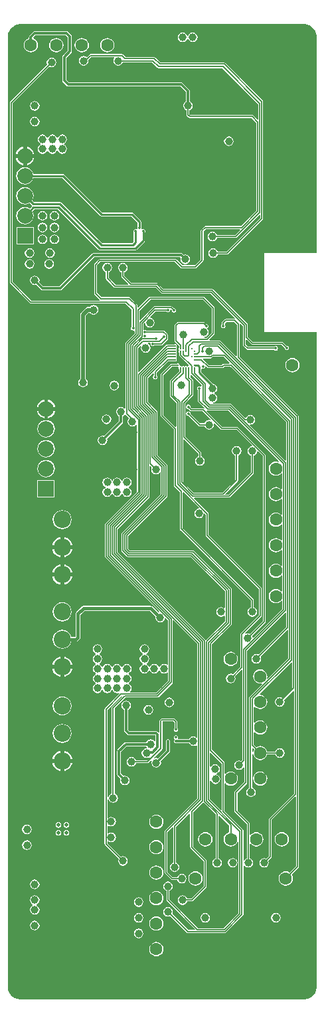
<source format=gbl>
G04*
G04 #@! TF.GenerationSoftware,Altium Limited,Altium Designer,19.1.9 (167)*
G04*
G04 Layer_Physical_Order=4*
G04 Layer_Color=13727573*
%FSLAX44Y44*%
%MOMM*%
G71*
G01*
G75*
%ADD12C,0.2500*%
%ADD13C,0.3000*%
%ADD15C,0.1500*%
%ADD16C,0.5000*%
%ADD47C,0.3500*%
%ADD105C,0.6000*%
%ADD114C,0.4000*%
%ADD116C,0.5000*%
%ADD120C,2.0000*%
%ADD121R,2.0000X2.0000*%
%ADD122C,1.6000*%
%ADD123C,2.2000*%
%ADD124C,0.7000*%
%ADD125C,1.0000*%
%ADD126C,0.2500*%
G36*
X384941Y1246290D02*
X388025Y1245013D01*
X390799Y1243159D01*
X393159Y1240799D01*
X395013Y1238025D01*
X396290Y1234942D01*
X396941Y1231669D01*
X396941Y1230000D01*
Y955000D01*
X330000D01*
Y854000D01*
X396941D01*
Y20000D01*
X396941Y18331D01*
X396290Y15058D01*
X395013Y11975D01*
X393159Y9201D01*
X390799Y6841D01*
X388025Y4987D01*
X384941Y3710D01*
X381669Y3059D01*
X20000D01*
X18331Y3059D01*
X15058Y3710D01*
X11975Y4987D01*
X9201Y6841D01*
X6841Y9201D01*
X4987Y11975D01*
X3710Y15058D01*
X3059Y18331D01*
X3059Y20000D01*
Y1230000D01*
X3059Y1231669D01*
X3710Y1234941D01*
X4987Y1238025D01*
X6841Y1240799D01*
X9201Y1243159D01*
X11975Y1245013D01*
X15058Y1246290D01*
X18331Y1246941D01*
X20000Y1246941D01*
X381669D01*
X384941Y1246290D01*
D02*
G37*
%LPC*%
G36*
X239000Y1236117D02*
X236659Y1235652D01*
X234674Y1234326D01*
X233348Y1232341D01*
X233147Y1231332D01*
X231853D01*
X231652Y1232341D01*
X230326Y1234326D01*
X228341Y1235652D01*
X226000Y1236117D01*
X223659Y1235652D01*
X221674Y1234326D01*
X220348Y1232341D01*
X219883Y1230000D01*
X220348Y1227659D01*
X221674Y1225674D01*
X223659Y1224348D01*
X226000Y1223883D01*
X228341Y1224348D01*
X230326Y1225674D01*
X231652Y1227659D01*
X231853Y1228668D01*
X233147D01*
X233348Y1227659D01*
X234674Y1225674D01*
X236659Y1224348D01*
X239000Y1223883D01*
X241341Y1224348D01*
X243326Y1225674D01*
X244652Y1227659D01*
X245117Y1230000D01*
X244652Y1232341D01*
X243326Y1234326D01*
X241341Y1235652D01*
X239000Y1236117D01*
D02*
G37*
G36*
X130000Y1229078D02*
X127650Y1228768D01*
X125461Y1227861D01*
X123581Y1226419D01*
X122139Y1224539D01*
X121232Y1222349D01*
X120922Y1220000D01*
X121232Y1217651D01*
X122139Y1215461D01*
X123581Y1213581D01*
X125461Y1212139D01*
X127650Y1211232D01*
X130000Y1210922D01*
X132349Y1211232D01*
X134539Y1212139D01*
X136419Y1213581D01*
X137861Y1215461D01*
X138768Y1217651D01*
X139078Y1220000D01*
X138768Y1222349D01*
X137861Y1224539D01*
X136419Y1226419D01*
X134539Y1227861D01*
X132349Y1228768D01*
X130000Y1229078D01*
D02*
G37*
G36*
X97500D02*
X95150Y1228768D01*
X92961Y1227861D01*
X91081Y1226419D01*
X89639Y1224539D01*
X88732Y1222349D01*
X88422Y1220000D01*
X88732Y1217651D01*
X89639Y1215461D01*
X91081Y1213581D01*
X92961Y1212139D01*
X95150Y1211232D01*
X97500Y1210922D01*
X99850Y1211232D01*
X102039Y1212139D01*
X103919Y1213581D01*
X105361Y1215461D01*
X106268Y1217651D01*
X106578Y1220000D01*
X106268Y1222349D01*
X105361Y1224539D01*
X103919Y1226419D01*
X102039Y1227861D01*
X99850Y1228768D01*
X97500Y1229078D01*
D02*
G37*
G36*
X65000D02*
X62650Y1228768D01*
X60461Y1227861D01*
X58581Y1226419D01*
X57139Y1224539D01*
X56232Y1222349D01*
X55922Y1220000D01*
X56232Y1217651D01*
X57139Y1215461D01*
X58581Y1213581D01*
X60461Y1212139D01*
X62650Y1211232D01*
X65000Y1210922D01*
X67349Y1211232D01*
X69539Y1212139D01*
X71419Y1213581D01*
X72861Y1215461D01*
X73768Y1217651D01*
X74078Y1220000D01*
X73768Y1222349D01*
X72861Y1224539D01*
X71419Y1226419D01*
X69539Y1227861D01*
X67349Y1228768D01*
X65000Y1229078D01*
D02*
G37*
G36*
X78243Y1237549D02*
X37500D01*
X36525Y1237355D01*
X35698Y1236802D01*
X30698Y1231802D01*
X30145Y1230975D01*
X29951Y1230000D01*
Y1228686D01*
X27961Y1227861D01*
X26081Y1226419D01*
X24639Y1224539D01*
X23732Y1222349D01*
X23422Y1220000D01*
X23732Y1217651D01*
X24639Y1215461D01*
X26081Y1213581D01*
X27961Y1212139D01*
X30150Y1211232D01*
X32500Y1210922D01*
X34849Y1211232D01*
X37039Y1212139D01*
X38919Y1213581D01*
X40361Y1215461D01*
X41268Y1217651D01*
X41578Y1220000D01*
X41268Y1222349D01*
X40361Y1224539D01*
X38919Y1226419D01*
X37039Y1227861D01*
X36136Y1228235D01*
X35838Y1229733D01*
X38556Y1232451D01*
X77187D01*
X79951Y1229687D01*
Y1213556D01*
X73198Y1206802D01*
X72645Y1205975D01*
X72451Y1205000D01*
Y1175000D01*
X72645Y1174025D01*
X73198Y1173198D01*
X78198Y1168198D01*
X79025Y1167645D01*
X80000Y1167451D01*
X223430D01*
X230451Y1160430D01*
Y1148513D01*
X228674Y1147326D01*
X227348Y1145341D01*
X226882Y1143000D01*
X227348Y1140659D01*
X228674Y1138674D01*
X230659Y1137348D01*
X231216Y1137237D01*
Y1131000D01*
X231352Y1130317D01*
X231738Y1129738D01*
X233738Y1127738D01*
X234317Y1127352D01*
X235000Y1127216D01*
X314261D01*
X320216Y1121261D01*
Y1008775D01*
X300725Y989284D01*
X255000D01*
X254317Y989148D01*
X253738Y988762D01*
X249738Y984762D01*
X249352Y984183D01*
X249216Y983500D01*
Y946739D01*
X241761Y939284D01*
X225739D01*
X218140Y946883D01*
X217561Y947270D01*
X216879Y947406D01*
X120621D01*
X119938Y947270D01*
X119360Y946883D01*
X113738Y941262D01*
X113351Y940683D01*
X113216Y940000D01*
Y903569D01*
X113351Y902886D01*
X113738Y902307D01*
X120428Y895617D01*
X120522Y895554D01*
X120137Y894284D01*
X33239D01*
X9284Y918239D01*
Y1145761D01*
X56187Y1192663D01*
X56659Y1192348D01*
X59000Y1191882D01*
X61341Y1192348D01*
X63326Y1193674D01*
X64652Y1195659D01*
X65118Y1198000D01*
X64652Y1200341D01*
X63326Y1202326D01*
X61341Y1203652D01*
X59000Y1204118D01*
X56659Y1203652D01*
X54674Y1202326D01*
X53348Y1200341D01*
X52882Y1198000D01*
X53348Y1195659D01*
X53664Y1195187D01*
X6238Y1147762D01*
X5852Y1147183D01*
X5716Y1146500D01*
Y917500D01*
X5852Y916817D01*
X6238Y916238D01*
X31238Y891238D01*
X31817Y890852D01*
X32500Y890716D01*
X153296D01*
X161215Y882796D01*
Y861113D01*
X161017Y860981D01*
X160409Y860071D01*
X160196Y858998D01*
X160409Y857925D01*
X161017Y857016D01*
X161927Y856408D01*
X163000Y856194D01*
X163445Y856283D01*
X164715Y855426D01*
Y852345D01*
X153738Y841368D01*
X153352Y840789D01*
X153216Y840107D01*
Y757031D01*
X151946Y756646D01*
X151826Y756826D01*
X149841Y758152D01*
X147500Y758617D01*
X145159Y758152D01*
X143174Y756826D01*
X141848Y754841D01*
X141383Y752500D01*
X141848Y750159D01*
X143174Y748174D01*
X144951Y746987D01*
Y740556D01*
X126096Y721701D01*
X124000Y722117D01*
X121659Y721652D01*
X119674Y720326D01*
X118348Y718341D01*
X117882Y716000D01*
X118348Y713659D01*
X119674Y711674D01*
X121659Y710348D01*
X124000Y709883D01*
X126341Y710348D01*
X128326Y711674D01*
X129652Y713659D01*
X130118Y716000D01*
X129701Y718096D01*
X149302Y737698D01*
X149855Y738524D01*
X150049Y739500D01*
Y746987D01*
X151826Y748174D01*
X152255Y748816D01*
X153734Y748745D01*
X153738Y748738D01*
X157717Y744760D01*
X157674Y744326D01*
X156348Y742341D01*
X155883Y740000D01*
X156348Y737659D01*
X157674Y735674D01*
X159659Y734348D01*
X162000Y733883D01*
X164341Y734348D01*
X166326Y735674D01*
X166696Y736228D01*
X167966Y735843D01*
Y650489D01*
X127738Y610262D01*
X127352Y609683D01*
X127216Y609000D01*
Y568046D01*
X127352Y567363D01*
X127738Y566784D01*
X196683Y497839D01*
X196278Y496449D01*
X195547Y496278D01*
X187642Y504184D01*
X186650Y504847D01*
X185479Y505080D01*
X185479Y505080D01*
X99521D01*
X99521Y505080D01*
X98350Y504847D01*
X97358Y504184D01*
X97358Y504184D01*
X90337Y497163D01*
X89674Y496171D01*
X89441Y495000D01*
X89441Y495000D01*
Y466267D01*
X88733Y465559D01*
X84201D01*
X84191Y465633D01*
X82982Y468552D01*
X81059Y471059D01*
X78552Y472982D01*
X75633Y474191D01*
X72500Y474604D01*
X69367Y474191D01*
X66448Y472982D01*
X63941Y471059D01*
X62018Y468552D01*
X60809Y465633D01*
X60396Y462500D01*
X60809Y459367D01*
X62018Y456448D01*
X63941Y453941D01*
X66448Y452018D01*
X69367Y450809D01*
X72500Y450396D01*
X75633Y450809D01*
X78552Y452018D01*
X81059Y453941D01*
X82982Y456448D01*
X84191Y459367D01*
X84201Y459441D01*
X90000D01*
X90000Y459441D01*
X91171Y459674D01*
X92163Y460337D01*
X94663Y462837D01*
X95326Y463829D01*
X95559Y465000D01*
X95559Y465000D01*
Y493733D01*
X100788Y498962D01*
X184212D01*
X191680Y491494D01*
X191382Y490000D01*
X191848Y487659D01*
X193174Y485674D01*
X195159Y484348D01*
X197500Y483882D01*
X199841Y484348D01*
X201826Y485674D01*
X203152Y487659D01*
X203470Y489257D01*
X204848Y489675D01*
X207466Y487057D01*
Y430426D01*
X206196Y429747D01*
X204841Y430652D01*
X202500Y431118D01*
X200159Y430652D01*
X198174Y429326D01*
X196924Y427455D01*
X196250Y427395D01*
X195576Y427455D01*
X194326Y429326D01*
X192341Y430652D01*
X190000Y431118D01*
X187659Y430652D01*
X185674Y429326D01*
X184424Y427455D01*
X183750Y427395D01*
X183076Y427455D01*
X181826Y429326D01*
X179955Y430576D01*
X179895Y431250D01*
X179955Y431924D01*
X181826Y433174D01*
X183152Y435159D01*
X183618Y437500D01*
X183152Y439841D01*
X181826Y441826D01*
X179955Y443076D01*
X179895Y443750D01*
X179955Y444424D01*
X181826Y445674D01*
X183152Y447659D01*
X183617Y450000D01*
X183152Y452341D01*
X181826Y454326D01*
X179841Y455652D01*
X177500Y456118D01*
X175159Y455652D01*
X173174Y454326D01*
X171848Y452341D01*
X171383Y450000D01*
X171848Y447659D01*
X173174Y445674D01*
X175045Y444424D01*
X175105Y443750D01*
X175045Y443076D01*
X173174Y441826D01*
X171848Y439841D01*
X171383Y437500D01*
X171848Y435159D01*
X173174Y433174D01*
X175045Y431924D01*
X175105Y431250D01*
X175045Y430576D01*
X173174Y429326D01*
X171848Y427341D01*
X171383Y425000D01*
X171848Y422659D01*
X173174Y420674D01*
X175159Y419348D01*
X177500Y418882D01*
X179841Y419348D01*
X181826Y420674D01*
X183076Y422545D01*
X183750Y422605D01*
X184424Y422545D01*
X185674Y420674D01*
X187659Y419348D01*
X190000Y418882D01*
X192341Y419348D01*
X194326Y420674D01*
X195576Y422545D01*
X196250Y422605D01*
X196924Y422545D01*
X198174Y420674D01*
X200159Y419348D01*
X202500Y418882D01*
X204841Y419348D01*
X206196Y420253D01*
X207466Y419574D01*
Y409443D01*
X192307Y394284D01*
X159531D01*
X159146Y395554D01*
X159326Y395674D01*
X160652Y397659D01*
X161117Y400000D01*
X160652Y402341D01*
X159326Y404326D01*
X157455Y405576D01*
X157395Y406250D01*
X157455Y406924D01*
X159326Y408174D01*
X160652Y410159D01*
X161117Y412500D01*
X160652Y414841D01*
X159326Y416826D01*
X157455Y418076D01*
X157395Y418750D01*
X157455Y419424D01*
X159326Y420674D01*
X160652Y422659D01*
X161118Y425000D01*
X160652Y427341D01*
X159326Y429326D01*
X157341Y430652D01*
X155000Y431118D01*
X152659Y430652D01*
X150674Y429326D01*
X149424Y427455D01*
X148750Y427394D01*
X148076Y427455D01*
X146826Y429326D01*
X144841Y430652D01*
X142500Y431118D01*
X140159Y430652D01*
X138174Y429326D01*
X136924Y427455D01*
X136250Y427395D01*
X135576Y427455D01*
X134326Y429326D01*
X132341Y430652D01*
X130000Y431118D01*
X127659Y430652D01*
X125674Y429326D01*
X124424Y427455D01*
X123750Y427394D01*
X123076Y427455D01*
X121826Y429326D01*
X119955Y430576D01*
X119895Y431250D01*
X119955Y431924D01*
X121826Y433174D01*
X123152Y435159D01*
X123617Y437500D01*
X123152Y439841D01*
X121826Y441826D01*
X119955Y443076D01*
X119895Y443750D01*
X119955Y444424D01*
X121826Y445674D01*
X123152Y447659D01*
X123617Y450000D01*
X123152Y452341D01*
X121826Y454326D01*
X119841Y455652D01*
X117500Y456118D01*
X115159Y455652D01*
X113174Y454326D01*
X111848Y452341D01*
X111382Y450000D01*
X111848Y447659D01*
X113174Y445674D01*
X115045Y444424D01*
X115105Y443750D01*
X115045Y443076D01*
X113174Y441826D01*
X111848Y439841D01*
X111382Y437500D01*
X111848Y435159D01*
X113174Y433174D01*
X115045Y431924D01*
X115105Y431250D01*
X115045Y430576D01*
X113174Y429326D01*
X111848Y427341D01*
X111383Y425000D01*
X111848Y422659D01*
X113174Y420674D01*
X115045Y419424D01*
X115105Y418750D01*
X115045Y418076D01*
X113174Y416826D01*
X111848Y414841D01*
X111383Y412500D01*
X111848Y410159D01*
X113174Y408174D01*
X115045Y406924D01*
X115105Y406250D01*
X115045Y405576D01*
X113174Y404326D01*
X111848Y402341D01*
X111383Y400000D01*
X111848Y397659D01*
X113174Y395674D01*
X115159Y394348D01*
X117500Y393882D01*
X119841Y394348D01*
X121826Y395674D01*
X123076Y397545D01*
X123750Y397605D01*
X124424Y397545D01*
X125674Y395674D01*
X127659Y394348D01*
X130000Y393882D01*
X132341Y394348D01*
X134326Y395674D01*
X135576Y397545D01*
X136250Y397605D01*
X136924Y397545D01*
X138174Y395674D01*
X140159Y394348D01*
X142500Y393882D01*
X144841Y394348D01*
X145071Y394502D01*
X145175Y394495D01*
X145536Y393909D01*
X145664Y393187D01*
X126988Y374512D01*
X126602Y373933D01*
X126466Y373250D01*
Y201750D01*
X126602Y201067D01*
X126988Y200488D01*
X144663Y182813D01*
X144348Y182341D01*
X143883Y180000D01*
X144348Y177659D01*
X145674Y175674D01*
X147659Y174348D01*
X150000Y173883D01*
X152341Y174348D01*
X154326Y175674D01*
X155652Y177659D01*
X156117Y180000D01*
X155652Y182341D01*
X154326Y184326D01*
X152341Y185652D01*
X150000Y186117D01*
X147659Y185652D01*
X147187Y185336D01*
X130034Y202489D01*
Y204574D01*
X131304Y205253D01*
X132659Y204348D01*
X135000Y203882D01*
X137341Y204348D01*
X139326Y205674D01*
X140652Y207659D01*
X141117Y210000D01*
X140652Y212341D01*
X139326Y214326D01*
X137341Y215652D01*
X135000Y216117D01*
X132659Y215652D01*
X131304Y214747D01*
X130034Y215425D01*
Y224574D01*
X131304Y225253D01*
X132659Y224348D01*
X135000Y223882D01*
X137341Y224348D01*
X139326Y225674D01*
X140652Y227659D01*
X141117Y230000D01*
X140652Y232341D01*
X139326Y234326D01*
X137341Y235652D01*
X135000Y236117D01*
X132659Y235652D01*
X131304Y234747D01*
X130034Y235425D01*
Y372511D01*
X147860Y390336D01*
X148437Y390257D01*
X148889Y388912D01*
X136238Y376262D01*
X135851Y375683D01*
X135716Y375000D01*
Y265763D01*
X135159Y265652D01*
X133174Y264326D01*
X131848Y262341D01*
X131383Y260000D01*
X131848Y257659D01*
X133174Y255674D01*
X135159Y254348D01*
X137500Y253882D01*
X139841Y254348D01*
X141826Y255674D01*
X143152Y257659D01*
X143617Y260000D01*
X143152Y262341D01*
X141826Y264326D01*
X139841Y265652D01*
X139284Y265763D01*
Y374261D01*
X153239Y388216D01*
X194081D01*
X194764Y388352D01*
X195343Y388738D01*
X213012Y406407D01*
X213398Y406986D01*
X213534Y407669D01*
Y486400D01*
X214708Y486886D01*
X244966Y456628D01*
Y337926D01*
X243696Y337247D01*
X242341Y338152D01*
X240000Y338618D01*
X237659Y338152D01*
X235674Y336826D01*
X234487Y335049D01*
X220697D01*
X220018Y336319D01*
X220090Y336427D01*
X220304Y337500D01*
X220090Y338573D01*
X219483Y339483D01*
X218573Y340090D01*
X217500Y340304D01*
X216427Y340090D01*
X215517Y339483D01*
X214910Y338573D01*
X214696Y337500D01*
X214910Y336427D01*
X215517Y335517D01*
Y334483D01*
X214910Y333573D01*
X214696Y332500D01*
X214910Y331427D01*
X215517Y330517D01*
X216427Y329910D01*
X217500Y329696D01*
X218573Y329910D01*
X218635Y329951D01*
X234487D01*
X235674Y328174D01*
X237659Y326848D01*
X240000Y326382D01*
X242341Y326848D01*
X243696Y327753D01*
X244966Y327074D01*
Y259989D01*
X203738Y218762D01*
X203351Y218183D01*
X203216Y217500D01*
Y165000D01*
X203351Y164317D01*
X203738Y163738D01*
X211238Y156238D01*
X211817Y155851D01*
X212500Y155716D01*
X219237D01*
X219348Y155159D01*
X220674Y153174D01*
X222659Y151848D01*
X225000Y151383D01*
X227341Y151848D01*
X229326Y153174D01*
X230652Y155159D01*
X231117Y157500D01*
X230652Y159841D01*
X229326Y161826D01*
X227341Y163152D01*
X225000Y163617D01*
X222659Y163152D01*
X220674Y161826D01*
X219348Y159841D01*
X219237Y159284D01*
X213239D01*
X206784Y165739D01*
Y216761D01*
X213042Y223019D01*
X214216Y222533D01*
Y177763D01*
X213659Y177652D01*
X211674Y176326D01*
X210348Y174341D01*
X209883Y172000D01*
X210348Y169659D01*
X211674Y167674D01*
X213659Y166348D01*
X216000Y165882D01*
X218341Y166348D01*
X220326Y167674D01*
X221652Y169659D01*
X222118Y172000D01*
X221652Y174341D01*
X220326Y176326D01*
X218341Y177652D01*
X217784Y177763D01*
Y223796D01*
X234542Y240555D01*
X235716Y240068D01*
Y197500D01*
X235851Y196817D01*
X236238Y196238D01*
X253216Y179261D01*
Y148239D01*
X236761Y131784D01*
X231763D01*
X231652Y132341D01*
X230326Y134326D01*
X228341Y135652D01*
X226000Y136117D01*
X223659Y135652D01*
X221674Y134326D01*
X220348Y132341D01*
X219883Y130000D01*
X220348Y127659D01*
X221674Y125674D01*
X223659Y124348D01*
X226000Y123883D01*
X228341Y124348D01*
X230326Y125674D01*
X231652Y127659D01*
X231763Y128216D01*
X237500D01*
X238183Y128351D01*
X238762Y128738D01*
X256262Y146238D01*
X256649Y146817D01*
X256784Y147500D01*
Y180000D01*
X256649Y180683D01*
X256262Y181262D01*
X239284Y198239D01*
Y241761D01*
X251681Y254158D01*
X252988Y254488D01*
X268216Y239261D01*
Y183263D01*
X267659Y183152D01*
X265674Y181826D01*
X264348Y179841D01*
X263883Y177500D01*
X264348Y175159D01*
X265674Y173174D01*
X267659Y171848D01*
X270000Y171383D01*
X272341Y171848D01*
X274326Y173174D01*
X275652Y175159D01*
X276117Y177500D01*
X275652Y179841D01*
X274326Y181826D01*
X272341Y183152D01*
X271784Y183263D01*
Y237568D01*
X272958Y238055D01*
X285716Y225296D01*
Y216343D01*
X285151Y216268D01*
X282961Y215361D01*
X281081Y213919D01*
X279639Y212039D01*
X278732Y209849D01*
X278422Y207500D01*
X278732Y205151D01*
X279639Y202961D01*
X281081Y201081D01*
X282961Y199639D01*
X285151Y198732D01*
X287500Y198422D01*
X289849Y198732D01*
X292039Y199639D01*
X293919Y201081D01*
X295361Y202961D01*
X296268Y205151D01*
X297466Y204878D01*
Y113525D01*
X278225Y94284D01*
X245739D01*
X209284Y130739D01*
Y141737D01*
X209841Y141848D01*
X211826Y143174D01*
X213152Y145159D01*
X213617Y147500D01*
X213152Y149841D01*
X211826Y151826D01*
X209841Y153152D01*
X207500Y153617D01*
X205159Y153152D01*
X203174Y151826D01*
X201848Y149841D01*
X201382Y147500D01*
X201848Y145159D01*
X203174Y143174D01*
X205159Y141848D01*
X205716Y141737D01*
Y130000D01*
X205851Y129317D01*
X206238Y128738D01*
X242019Y92958D01*
X241533Y91784D01*
X233239D01*
X212836Y112187D01*
X213152Y112659D01*
X213617Y115000D01*
X213152Y117341D01*
X211826Y119326D01*
X209841Y120652D01*
X207500Y121117D01*
X205159Y120652D01*
X203174Y119326D01*
X201848Y117341D01*
X201382Y115000D01*
X201848Y112659D01*
X203174Y110674D01*
X205159Y109348D01*
X207500Y108882D01*
X209841Y109348D01*
X210313Y109663D01*
X231238Y88738D01*
X231817Y88351D01*
X232500Y88216D01*
X280000D01*
X280683Y88351D01*
X281262Y88738D01*
X303012Y110488D01*
X303398Y111067D01*
X303534Y111750D01*
Y174091D01*
X304804Y174476D01*
X305674Y173174D01*
X307659Y171848D01*
X310000Y171383D01*
X312341Y171848D01*
X314326Y173174D01*
X315652Y175159D01*
X316117Y177500D01*
X315652Y179841D01*
X314326Y181826D01*
X312341Y183152D01*
X311534Y183312D01*
Y201663D01*
X312804Y202094D01*
X313581Y201081D01*
X315461Y199639D01*
X317651Y198732D01*
X320000Y198422D01*
X322350Y198732D01*
X324539Y199639D01*
X326419Y201081D01*
X327861Y202961D01*
X328768Y205151D01*
X329078Y207500D01*
X328768Y209849D01*
X327861Y212039D01*
X326419Y213919D01*
X324539Y215361D01*
X322350Y216268D01*
X320000Y216578D01*
X317651Y216268D01*
X315461Y215361D01*
X313581Y213919D01*
X312804Y212906D01*
X311534Y213337D01*
Y227750D01*
X311399Y228433D01*
X311012Y229012D01*
X295909Y244114D01*
Y266761D01*
X307887Y278738D01*
X308274Y279317D01*
X308409Y280000D01*
Y447804D01*
X356792Y496188D01*
X357966Y495702D01*
Y477989D01*
X322813Y442836D01*
X322341Y443152D01*
X320000Y443618D01*
X317659Y443152D01*
X315674Y441826D01*
X314348Y439841D01*
X313883Y437500D01*
X314348Y435159D01*
X315674Y433174D01*
X317659Y431848D01*
X320000Y431382D01*
X322341Y431848D01*
X324326Y433174D01*
X325652Y435159D01*
X326118Y437500D01*
X325652Y439841D01*
X325336Y440313D01*
X359542Y474519D01*
X360716Y474033D01*
Y438063D01*
X334942Y412289D01*
X334651Y412379D01*
X333808Y412951D01*
X334078Y415000D01*
X333768Y417350D01*
X332861Y419539D01*
X331419Y421419D01*
X329539Y422861D01*
X327349Y423768D01*
X325000Y424078D01*
X322650Y423768D01*
X320461Y422861D01*
X318581Y421419D01*
X317139Y419539D01*
X316232Y417350D01*
X315922Y415000D01*
X316232Y412650D01*
X317139Y410461D01*
X318581Y408581D01*
X320461Y407138D01*
X322650Y406232D01*
X325000Y405922D01*
X327048Y406192D01*
X327621Y405349D01*
X327711Y405058D01*
X311488Y388836D01*
X311101Y388257D01*
X310966Y387574D01*
Y377426D01*
X310966Y377426D01*
Y273231D01*
X309049Y271951D01*
X307723Y269966D01*
X307257Y267625D01*
X307723Y265284D01*
X309049Y263299D01*
X311034Y261973D01*
X313375Y261507D01*
X315716Y261973D01*
X317701Y263299D01*
X319027Y265284D01*
X319492Y267625D01*
X319027Y269966D01*
X317701Y271951D01*
X315716Y273277D01*
X314534Y273512D01*
Y323783D01*
X315708Y324269D01*
X317486Y322491D01*
X317139Y322039D01*
X316232Y319849D01*
X315922Y317500D01*
X316232Y315151D01*
X317139Y312961D01*
X318581Y311081D01*
X320461Y309639D01*
X322650Y308732D01*
X325000Y308422D01*
X327349Y308732D01*
X329539Y309639D01*
X331419Y311081D01*
X332861Y312961D01*
X333768Y315151D01*
X333843Y315716D01*
X344237D01*
X344348Y315159D01*
X345674Y313174D01*
X347659Y311848D01*
X350000Y311383D01*
X352341Y311848D01*
X354326Y313174D01*
X355652Y315159D01*
X356118Y317500D01*
X355652Y319841D01*
X354326Y321826D01*
X352341Y323152D01*
X350000Y323618D01*
X347659Y323152D01*
X345674Y321826D01*
X344348Y319841D01*
X344237Y319284D01*
X333843D01*
X333768Y319849D01*
X332861Y322039D01*
X331419Y323919D01*
X329539Y325362D01*
X327349Y326268D01*
X325000Y326578D01*
X322650Y326268D01*
X320461Y325362D01*
X320009Y325014D01*
X317034Y327989D01*
Y343511D01*
X318304Y343942D01*
X318581Y343581D01*
X320461Y342138D01*
X322650Y341232D01*
X325000Y340922D01*
X327349Y341232D01*
X329539Y342138D01*
X331419Y343581D01*
X332861Y345461D01*
X333768Y347650D01*
X334078Y350000D01*
X333768Y352350D01*
X332861Y354539D01*
X331419Y356419D01*
X329539Y357861D01*
X327349Y358768D01*
X325000Y359078D01*
X322650Y358768D01*
X320461Y357861D01*
X318581Y356419D01*
X318304Y356058D01*
X317034Y356489D01*
Y376011D01*
X318304Y376442D01*
X318581Y376081D01*
X320461Y374638D01*
X322650Y373732D01*
X325000Y373422D01*
X327349Y373732D01*
X329539Y374638D01*
X331419Y376081D01*
X332861Y377961D01*
X333768Y380150D01*
X334078Y382500D01*
X333768Y384850D01*
X332861Y387039D01*
X331419Y388919D01*
X329539Y390361D01*
X327349Y391268D01*
X325000Y391578D01*
X324549Y391518D01*
X323956Y392721D01*
X364542Y433308D01*
X365716Y432822D01*
Y400739D01*
X352813Y387836D01*
X352341Y388152D01*
X350000Y388618D01*
X347659Y388152D01*
X345674Y386826D01*
X344348Y384841D01*
X343882Y382500D01*
X344348Y380159D01*
X345674Y378174D01*
X347659Y376848D01*
X350000Y376382D01*
X352341Y376848D01*
X354326Y378174D01*
X355652Y380159D01*
X356118Y382500D01*
X355652Y384841D01*
X355336Y385313D01*
X367042Y397019D01*
X368216Y396533D01*
Y265739D01*
X336238Y233762D01*
X335852Y233183D01*
X335716Y232500D01*
Y185739D01*
X332813Y182836D01*
X332341Y183152D01*
X330000Y183617D01*
X327659Y183152D01*
X325674Y181826D01*
X324348Y179841D01*
X323882Y177500D01*
X324348Y175159D01*
X325674Y173174D01*
X327659Y171848D01*
X330000Y171383D01*
X332341Y171848D01*
X334326Y173174D01*
X335652Y175159D01*
X336118Y177500D01*
X335652Y179841D01*
X335336Y180313D01*
X338762Y183738D01*
X339148Y184317D01*
X339284Y185000D01*
Y231761D01*
X369542Y262019D01*
X370716Y261533D01*
X370716Y173239D01*
X362491Y165014D01*
X362039Y165361D01*
X359850Y166268D01*
X357500Y166578D01*
X355150Y166268D01*
X352961Y165361D01*
X351081Y163919D01*
X349638Y162039D01*
X348732Y159850D01*
X348422Y157500D01*
X348732Y155150D01*
X349638Y152961D01*
X351081Y151081D01*
X352961Y149639D01*
X355150Y148732D01*
X357500Y148422D01*
X359850Y148732D01*
X362039Y149639D01*
X363919Y151081D01*
X365361Y152961D01*
X366268Y155150D01*
X366578Y157500D01*
X366268Y159850D01*
X365361Y162039D01*
X365014Y162491D01*
X373762Y171238D01*
X374148Y171817D01*
X374284Y172500D01*
X374284Y746500D01*
X374148Y747183D01*
X373761Y747762D01*
X298784Y822739D01*
Y864396D01*
X298967Y864557D01*
X299975Y865002D01*
X303216Y861761D01*
Y837500D01*
X303351Y836817D01*
X303738Y836238D01*
X307777Y832200D01*
X308356Y831813D01*
X309038Y831677D01*
X342671D01*
X342804Y831479D01*
X343714Y830871D01*
X344787Y830658D01*
X345860Y830871D01*
X346769Y831479D01*
X347377Y832389D01*
X347590Y833462D01*
X347377Y834535D01*
X346769Y835444D01*
X345860Y836052D01*
X344787Y836265D01*
X343714Y836052D01*
X342804Y835444D01*
X342671Y835246D01*
X309777D01*
X306784Y838239D01*
Y844033D01*
X307958Y844519D01*
X313738Y838738D01*
X314317Y838352D01*
X315000Y838216D01*
X352261D01*
X356243Y834234D01*
X356196Y834000D01*
X356410Y832927D01*
X357017Y832017D01*
X357927Y831410D01*
X359000Y831196D01*
X360073Y831410D01*
X360983Y832017D01*
X361590Y832927D01*
X361804Y834000D01*
X361590Y835073D01*
X360983Y835983D01*
X360073Y836590D01*
X359000Y836804D01*
X358766Y836757D01*
X354262Y841262D01*
X353683Y841648D01*
X353000Y841784D01*
X315739D01*
X309284Y848239D01*
Y863536D01*
X309149Y864218D01*
X308762Y864797D01*
X264797Y908762D01*
X264218Y909148D01*
X263535Y909284D01*
X201775D01*
X194797Y916262D01*
X194218Y916648D01*
X193535Y916784D01*
X160739D01*
X151784Y925739D01*
Y930620D01*
X152341Y930731D01*
X154326Y932057D01*
X155652Y934041D01*
X156117Y936383D01*
X155652Y938724D01*
X154326Y940708D01*
X152341Y942034D01*
X150000Y942500D01*
X147659Y942034D01*
X145674Y940708D01*
X144348Y938724D01*
X143883Y936383D01*
X144348Y934041D01*
X145674Y932057D01*
X147659Y930731D01*
X148216Y930620D01*
Y925000D01*
X148351Y924317D01*
X148738Y923738D01*
X157019Y915458D01*
X156533Y914284D01*
X140739D01*
X131784Y923239D01*
Y930620D01*
X132341Y930731D01*
X134326Y932057D01*
X135652Y934041D01*
X136117Y936383D01*
X135652Y938724D01*
X134326Y940708D01*
X132341Y942034D01*
X130000Y942500D01*
X127659Y942034D01*
X125674Y940708D01*
X124348Y938724D01*
X123883Y936383D01*
X124348Y934041D01*
X125674Y932057D01*
X127659Y930731D01*
X128216Y930620D01*
Y922500D01*
X128351Y921817D01*
X128738Y921238D01*
X138738Y911238D01*
X139317Y910852D01*
X140000Y910716D01*
X191761D01*
X198738Y903738D01*
X199317Y903352D01*
X200000Y903216D01*
X261761D01*
X293002Y871975D01*
X292557Y870967D01*
X292396Y870784D01*
X281000D01*
X280317Y870648D01*
X279738Y870262D01*
X276738Y867261D01*
X276351Y866682D01*
X276215Y865999D01*
Y864113D01*
X276017Y863981D01*
X275409Y863071D01*
X275196Y861998D01*
X275409Y860925D01*
X276017Y860016D01*
X276926Y859408D01*
X277999Y859194D01*
X279072Y859408D01*
X279982Y860016D01*
X280590Y860925D01*
X280803Y861998D01*
X280590Y863071D01*
X279982Y863981D01*
X279897Y864037D01*
X279825Y865302D01*
X281739Y867216D01*
X291738D01*
X295216Y863738D01*
Y824038D01*
X294042Y823552D01*
X274583Y843012D01*
X274004Y843399D01*
X273321Y843534D01*
X260354D01*
X259828Y844804D01*
X266262Y851238D01*
X266649Y851817D01*
X266784Y852500D01*
Y885000D01*
X266649Y885683D01*
X266262Y886262D01*
X253762Y898762D01*
X253183Y899148D01*
X252500Y899284D01*
X184500D01*
X183817Y899148D01*
X183238Y898762D01*
X169457Y884981D01*
X168284Y885467D01*
Y888500D01*
X168148Y889183D01*
X167761Y889762D01*
X159383Y898140D01*
X158804Y898527D01*
X158121Y898663D01*
X122429D01*
X116784Y904308D01*
Y939261D01*
X121360Y943837D01*
X216140D01*
X223738Y936238D01*
X224317Y935852D01*
X225000Y935716D01*
X242500D01*
X243183Y935852D01*
X243762Y936238D01*
X252262Y944738D01*
X252649Y945317D01*
X252784Y946000D01*
Y982761D01*
X255739Y985716D01*
X299033D01*
X299519Y984542D01*
X292761Y977784D01*
X269763D01*
X269652Y978341D01*
X268326Y980326D01*
X266341Y981652D01*
X264000Y982117D01*
X261659Y981652D01*
X259674Y980326D01*
X258348Y978341D01*
X257882Y976000D01*
X258348Y973659D01*
X259674Y971674D01*
X261659Y970348D01*
X264000Y969883D01*
X266341Y970348D01*
X268326Y971674D01*
X269652Y973659D01*
X269763Y974216D01*
X293500D01*
X294183Y974352D01*
X294762Y974738D01*
X324042Y1004019D01*
X325216Y1003533D01*
Y999739D01*
X282261Y956784D01*
X270763D01*
X270652Y957341D01*
X269326Y959326D01*
X267341Y960652D01*
X265000Y961117D01*
X262659Y960652D01*
X260674Y959326D01*
X259348Y957341D01*
X258883Y955000D01*
X259348Y952659D01*
X260674Y950674D01*
X262659Y949348D01*
X265000Y948883D01*
X267341Y949348D01*
X269326Y950674D01*
X270652Y952659D01*
X270763Y953216D01*
X283000D01*
X283683Y953352D01*
X284262Y953738D01*
X328262Y997738D01*
X328648Y998317D01*
X328784Y999000D01*
Y1148000D01*
X328648Y1148683D01*
X328262Y1149262D01*
X280262Y1197262D01*
X279683Y1197648D01*
X279000Y1197784D01*
X197739D01*
X191262Y1204262D01*
X190683Y1204649D01*
X190000Y1204784D01*
X153495D01*
X150267Y1208012D01*
X149688Y1208399D01*
X149005Y1208534D01*
X108750D01*
X108067Y1208399D01*
X107488Y1208012D01*
X104012Y1204535D01*
X102341Y1205652D01*
X100000Y1206117D01*
X97659Y1205652D01*
X95674Y1204326D01*
X94348Y1202341D01*
X93883Y1200000D01*
X94348Y1197659D01*
X95674Y1195674D01*
X97659Y1194348D01*
X100000Y1193882D01*
X102341Y1194348D01*
X104326Y1195674D01*
X105652Y1197659D01*
X106117Y1200000D01*
X105853Y1201330D01*
X109489Y1204966D01*
X138574D01*
X139253Y1203696D01*
X138348Y1202341D01*
X137882Y1200000D01*
X138348Y1197659D01*
X139674Y1195674D01*
X141659Y1194348D01*
X144000Y1193882D01*
X146341Y1194348D01*
X148326Y1195674D01*
X149652Y1197659D01*
X149763Y1198216D01*
X187261D01*
X194238Y1191238D01*
X194817Y1190852D01*
X195500Y1190716D01*
X276761D01*
X322716Y1144761D01*
Y1125467D01*
X321542Y1124981D01*
X316262Y1130262D01*
X315683Y1130648D01*
X315000Y1130784D01*
X235739D01*
X234784Y1131739D01*
Y1137237D01*
X235341Y1137348D01*
X237326Y1138674D01*
X238652Y1140659D01*
X239118Y1143000D01*
X238652Y1145341D01*
X237326Y1147326D01*
X235549Y1148513D01*
Y1161485D01*
X235355Y1162461D01*
X234802Y1163288D01*
X226288Y1171802D01*
X225461Y1172355D01*
X224485Y1172549D01*
X81056D01*
X77549Y1176056D01*
Y1203944D01*
X84302Y1210698D01*
X84855Y1211525D01*
X85049Y1212500D01*
Y1230743D01*
X84855Y1231718D01*
X84302Y1232545D01*
X80045Y1236802D01*
X79218Y1237355D01*
X78243Y1237549D01*
D02*
G37*
G36*
X37500Y1148617D02*
X35159Y1148152D01*
X33174Y1146826D01*
X31848Y1144841D01*
X31383Y1142500D01*
X31848Y1140159D01*
X33174Y1138174D01*
X35159Y1136848D01*
X37500Y1136383D01*
X39841Y1136848D01*
X41826Y1138174D01*
X43152Y1140159D01*
X43618Y1142500D01*
X43152Y1144841D01*
X41826Y1146826D01*
X39841Y1148152D01*
X37500Y1148617D01*
D02*
G37*
G36*
Y1128617D02*
X35159Y1128152D01*
X33174Y1126826D01*
X31848Y1124841D01*
X31383Y1122500D01*
X31848Y1120159D01*
X33174Y1118174D01*
X35159Y1116848D01*
X37500Y1116383D01*
X39841Y1116848D01*
X41826Y1118174D01*
X43152Y1120159D01*
X43618Y1122500D01*
X43152Y1124841D01*
X41826Y1126826D01*
X39841Y1128152D01*
X37500Y1128617D01*
D02*
G37*
G36*
X72500Y1106117D02*
X70159Y1105652D01*
X68174Y1104326D01*
X66924Y1102455D01*
X66250Y1102395D01*
X65576Y1102455D01*
X64326Y1104326D01*
X62341Y1105652D01*
X60000Y1106117D01*
X57659Y1105652D01*
X55674Y1104326D01*
X54424Y1102455D01*
X53750Y1102395D01*
X53076Y1102455D01*
X51826Y1104326D01*
X49841Y1105652D01*
X47500Y1106117D01*
X45159Y1105652D01*
X43174Y1104326D01*
X41848Y1102341D01*
X41382Y1100000D01*
X41848Y1097659D01*
X43174Y1095674D01*
X45045Y1094424D01*
X45105Y1093750D01*
X45045Y1093076D01*
X43174Y1091826D01*
X41848Y1089841D01*
X41382Y1087500D01*
X41848Y1085159D01*
X43174Y1083174D01*
X45159Y1081848D01*
X47500Y1081383D01*
X49841Y1081848D01*
X51826Y1083174D01*
X53076Y1085045D01*
X53750Y1085105D01*
X54424Y1085045D01*
X55674Y1083174D01*
X57659Y1081848D01*
X60000Y1081383D01*
X62341Y1081848D01*
X64326Y1083174D01*
X65576Y1085045D01*
X66250Y1085105D01*
X66924Y1085045D01*
X68174Y1083174D01*
X70159Y1081848D01*
X72500Y1081383D01*
X74841Y1081848D01*
X76826Y1083174D01*
X78152Y1085159D01*
X78618Y1087500D01*
X78152Y1089841D01*
X76826Y1091826D01*
X74955Y1093076D01*
X74895Y1093750D01*
X74955Y1094424D01*
X76826Y1095674D01*
X78152Y1097659D01*
X78618Y1100000D01*
X78152Y1102341D01*
X76826Y1104326D01*
X74841Y1105652D01*
X72500Y1106117D01*
D02*
G37*
G36*
X285000Y1103617D02*
X282659Y1103152D01*
X280674Y1101826D01*
X279348Y1099841D01*
X278882Y1097500D01*
X279348Y1095159D01*
X280674Y1093174D01*
X282659Y1091848D01*
X285000Y1091383D01*
X287341Y1091848D01*
X289326Y1093174D01*
X290652Y1095159D01*
X291117Y1097500D01*
X290652Y1099841D01*
X289326Y1101826D01*
X287341Y1103152D01*
X285000Y1103617D01*
D02*
G37*
G36*
X27500Y1090474D02*
Y1081200D01*
X36774D01*
X36691Y1081833D01*
X35482Y1084752D01*
X33558Y1087259D01*
X31052Y1089182D01*
X28133Y1090391D01*
X27500Y1090474D01*
D02*
G37*
G36*
X22500D02*
X21867Y1090391D01*
X18948Y1089182D01*
X16442Y1087259D01*
X14518Y1084752D01*
X13309Y1081833D01*
X13226Y1081200D01*
X22500D01*
Y1090474D01*
D02*
G37*
G36*
X36774Y1076200D02*
X27500D01*
Y1066926D01*
X28133Y1067009D01*
X31052Y1068218D01*
X33558Y1070142D01*
X35482Y1072648D01*
X36691Y1075567D01*
X36774Y1076200D01*
D02*
G37*
G36*
X22500D02*
X13226D01*
X13309Y1075567D01*
X14518Y1072648D01*
X16442Y1070142D01*
X18948Y1068218D01*
X21867Y1067009D01*
X22500Y1066926D01*
Y1076200D01*
D02*
G37*
G36*
X62500Y1008617D02*
X60159Y1008152D01*
X58174Y1006826D01*
X56848Y1004841D01*
X56382Y1002500D01*
X56848Y1000159D01*
X58174Y998174D01*
X60159Y996848D01*
X62500Y996383D01*
X64841Y996848D01*
X66826Y998174D01*
X68152Y1000159D01*
X68618Y1002500D01*
X68152Y1004841D01*
X66826Y1006826D01*
X64841Y1008152D01*
X62500Y1008617D01*
D02*
G37*
G36*
X47500D02*
X45159Y1008152D01*
X43174Y1006826D01*
X41848Y1004841D01*
X41382Y1002500D01*
X41848Y1000159D01*
X43174Y998174D01*
X45159Y996848D01*
X47500Y996383D01*
X49841Y996848D01*
X51826Y998174D01*
X53152Y1000159D01*
X53618Y1002500D01*
X53152Y1004841D01*
X51826Y1006826D01*
X49841Y1008152D01*
X47500Y1008617D01*
D02*
G37*
G36*
X25000Y1064395D02*
X22128Y1064017D01*
X19453Y1062908D01*
X17155Y1061145D01*
X15391Y1058848D01*
X14283Y1056172D01*
X13905Y1053300D01*
X14283Y1050428D01*
X15391Y1047753D01*
X17155Y1045455D01*
X19453Y1043691D01*
X22128Y1042583D01*
X25000Y1042205D01*
X27872Y1042583D01*
X30547Y1043691D01*
X32845Y1045455D01*
X34609Y1047753D01*
X35717Y1050428D01*
X35793Y1051006D01*
X72750D01*
X121282Y1002474D01*
X122026Y1001976D01*
X122904Y1001802D01*
X160954D01*
X168706Y994050D01*
Y988516D01*
X168410Y988073D01*
X168196Y987000D01*
X168341Y986270D01*
X167433Y985486D01*
X167312Y985431D01*
X167073Y985590D01*
X166000Y985804D01*
X164927Y985590D01*
X164017Y984983D01*
X163410Y984073D01*
X163196Y983000D01*
X163410Y981927D01*
X163706Y981484D01*
Y969450D01*
X161550Y967294D01*
X123450D01*
X71372Y1019372D01*
X70628Y1019869D01*
X69750Y1020044D01*
X36100D01*
X34254Y1021890D01*
X34609Y1022353D01*
X35717Y1025028D01*
X36095Y1027900D01*
X35717Y1030772D01*
X34609Y1033447D01*
X32845Y1035745D01*
X30547Y1037508D01*
X27872Y1038617D01*
X25000Y1038995D01*
X22128Y1038617D01*
X19453Y1037508D01*
X17155Y1035745D01*
X15391Y1033447D01*
X14283Y1030772D01*
X13905Y1027900D01*
X14283Y1025028D01*
X15391Y1022353D01*
X17155Y1020055D01*
X19453Y1018291D01*
X22128Y1017183D01*
X25000Y1016805D01*
X27872Y1017183D01*
X30547Y1018291D01*
X31010Y1018646D01*
X33528Y1016128D01*
X33909Y1015873D01*
X34086Y1015339D01*
X34134Y1014748D01*
X34076Y1014375D01*
X31262Y1011561D01*
X30547Y1012109D01*
X27872Y1013217D01*
X25000Y1013595D01*
X22128Y1013217D01*
X19453Y1012109D01*
X17155Y1010345D01*
X15391Y1008047D01*
X14283Y1005372D01*
X13905Y1002500D01*
X14283Y999628D01*
X15391Y996953D01*
X17155Y994655D01*
X19453Y992891D01*
X22128Y991783D01*
X25000Y991405D01*
X27872Y991783D01*
X30547Y992891D01*
X32845Y994655D01*
X34609Y996953D01*
X35717Y999628D01*
X36095Y1002500D01*
X35717Y1005372D01*
X34609Y1008047D01*
X34447Y1008258D01*
X36896Y1010706D01*
X67050D01*
X118378Y959378D01*
X119122Y958881D01*
X120000Y958706D01*
X166000D01*
X166878Y958881D01*
X167622Y959378D01*
X177417Y969173D01*
X177417Y969173D01*
X177915Y969917D01*
X178089Y970795D01*
X178089Y970795D01*
Y981206D01*
X178386Y981649D01*
X178599Y982722D01*
X178386Y983795D01*
X177778Y984705D01*
X176868Y985313D01*
X175795Y985526D01*
X174722Y985313D01*
X174656Y985268D01*
X174040Y985649D01*
X173626Y986108D01*
X173804Y987000D01*
X173590Y988073D01*
X173294Y988516D01*
Y995000D01*
X173294Y995000D01*
X173119Y995878D01*
X172622Y996622D01*
X163526Y1005718D01*
X162782Y1006215D01*
X161904Y1006390D01*
X123855D01*
X75322Y1054922D01*
X74578Y1055419D01*
X73700Y1055594D01*
X35793D01*
X35717Y1056172D01*
X34609Y1058848D01*
X32845Y1061145D01*
X30547Y1062908D01*
X27872Y1064017D01*
X25000Y1064395D01*
D02*
G37*
G36*
X62500Y993617D02*
X60159Y993152D01*
X58174Y991826D01*
X56848Y989841D01*
X56382Y987500D01*
X56848Y985159D01*
X58174Y983174D01*
X60159Y981848D01*
X62500Y981383D01*
X64841Y981848D01*
X66826Y983174D01*
X68152Y985159D01*
X68618Y987500D01*
X68152Y989841D01*
X66826Y991826D01*
X64841Y993152D01*
X62500Y993617D01*
D02*
G37*
G36*
X47500D02*
X45159Y993152D01*
X43174Y991826D01*
X41848Y989841D01*
X41382Y987500D01*
X41848Y985159D01*
X43174Y983174D01*
X45159Y981848D01*
X47500Y981383D01*
X49841Y981848D01*
X51826Y983174D01*
X53152Y985159D01*
X53618Y987500D01*
X53152Y989841D01*
X51826Y991826D01*
X49841Y993152D01*
X47500Y993617D01*
D02*
G37*
G36*
X62500Y978617D02*
X60159Y978152D01*
X58174Y976826D01*
X56848Y974841D01*
X56382Y972500D01*
X56848Y970159D01*
X58174Y968174D01*
X60159Y966848D01*
X62500Y966383D01*
X64841Y966848D01*
X66826Y968174D01*
X68152Y970159D01*
X68618Y972500D01*
X68152Y974841D01*
X66826Y976826D01*
X64841Y978152D01*
X62500Y978617D01*
D02*
G37*
G36*
X47500D02*
X45159Y978152D01*
X43174Y976826D01*
X41848Y974841D01*
X41382Y972500D01*
X41848Y970159D01*
X43174Y968174D01*
X45159Y966848D01*
X47500Y966383D01*
X49841Y966848D01*
X51826Y968174D01*
X53152Y970159D01*
X53618Y972500D01*
X53152Y974841D01*
X51826Y976826D01*
X49841Y978152D01*
X47500Y978617D01*
D02*
G37*
G36*
X36000Y988100D02*
X14000D01*
Y966100D01*
X36000D01*
Y988100D01*
D02*
G37*
G36*
X57000Y961117D02*
X54659Y960652D01*
X52674Y959326D01*
X51348Y957341D01*
X50882Y955000D01*
X51348Y952659D01*
X52674Y950674D01*
X54659Y949348D01*
X57000Y948883D01*
X59341Y949348D01*
X61326Y950674D01*
X62652Y952659D01*
X63117Y955000D01*
X62652Y957341D01*
X61326Y959326D01*
X59341Y960652D01*
X57000Y961117D01*
D02*
G37*
G36*
X31000D02*
X28659Y960652D01*
X26674Y959326D01*
X25348Y957341D01*
X24882Y955000D01*
X25348Y952659D01*
X26674Y950674D01*
X28659Y949348D01*
X31000Y948883D01*
X33341Y949348D01*
X35326Y950674D01*
X36652Y952659D01*
X37118Y955000D01*
X36652Y957341D01*
X35326Y959326D01*
X33341Y960652D01*
X31000Y961117D01*
D02*
G37*
G36*
X224000Y955049D02*
X112500D01*
X111525Y954855D01*
X110698Y954302D01*
X68944Y912549D01*
X48554D01*
X43201Y917902D01*
X43618Y919998D01*
X43152Y922339D01*
X41826Y924324D01*
X39841Y925650D01*
X37500Y926116D01*
X35159Y925650D01*
X33174Y924324D01*
X31848Y922339D01*
X31382Y919998D01*
X31848Y917657D01*
X33174Y915672D01*
X35159Y914346D01*
X37500Y913881D01*
X39596Y914297D01*
X45696Y908198D01*
X46523Y907645D01*
X47498Y907451D01*
X70000D01*
X70975Y907645D01*
X71802Y908198D01*
X113556Y949951D01*
X222944D01*
X223799Y949096D01*
X223382Y947000D01*
X223848Y944659D01*
X225174Y942674D01*
X227159Y941348D01*
X229500Y940882D01*
X231841Y941348D01*
X233826Y942674D01*
X235152Y944659D01*
X235618Y947000D01*
X235152Y949341D01*
X233826Y951326D01*
X231841Y952652D01*
X229500Y953118D01*
X227404Y952701D01*
X225802Y954302D01*
X224975Y954855D01*
X224000Y955049D01*
D02*
G37*
G36*
X56000Y947117D02*
X53659Y946652D01*
X51674Y945326D01*
X50348Y943341D01*
X49882Y941000D01*
X50348Y938659D01*
X51674Y936674D01*
X53659Y935348D01*
X56000Y934883D01*
X58341Y935348D01*
X60326Y936674D01*
X61652Y938659D01*
X62118Y941000D01*
X61652Y943341D01*
X60326Y945326D01*
X58341Y946652D01*
X56000Y947117D01*
D02*
G37*
G36*
X31000D02*
X28659Y946652D01*
X26674Y945326D01*
X25348Y943341D01*
X24882Y941000D01*
X25348Y938659D01*
X26674Y936674D01*
X28659Y935348D01*
X31000Y934883D01*
X33341Y935348D01*
X35326Y936674D01*
X36652Y938659D01*
X37118Y941000D01*
X36652Y943341D01*
X35326Y945326D01*
X33341Y946652D01*
X31000Y947117D01*
D02*
G37*
G36*
X112500Y888616D02*
X110159Y888150D01*
X108174Y886824D01*
X107668Y886067D01*
X104998D01*
X103633Y885795D01*
X102475Y885022D01*
X96477Y879023D01*
X95703Y877866D01*
X95431Y876500D01*
Y794832D01*
X94674Y794326D01*
X93348Y792341D01*
X92882Y790000D01*
X93348Y787659D01*
X94674Y785674D01*
X96659Y784348D01*
X99000Y783883D01*
X101341Y784348D01*
X103326Y785674D01*
X104652Y787659D01*
X105118Y790000D01*
X104652Y792341D01*
X103326Y794326D01*
X102569Y794832D01*
Y875022D01*
X106473Y878926D01*
X107716Y878857D01*
X108174Y878173D01*
X110159Y876846D01*
X112500Y876381D01*
X114841Y876846D01*
X116826Y878173D01*
X118152Y880157D01*
X118617Y882498D01*
X118152Y884839D01*
X116826Y886824D01*
X114841Y888150D01*
X112500Y888616D01*
D02*
G37*
G36*
X366000Y821078D02*
X363651Y820768D01*
X361461Y819862D01*
X359581Y818419D01*
X358139Y816539D01*
X357232Y814350D01*
X356922Y812000D01*
X357232Y809650D01*
X358139Y807461D01*
X359581Y805581D01*
X361461Y804138D01*
X363651Y803232D01*
X366000Y802922D01*
X368349Y803232D01*
X370539Y804138D01*
X372419Y805581D01*
X373862Y807461D01*
X374768Y809650D01*
X375078Y812000D01*
X374768Y814350D01*
X373862Y816539D01*
X372419Y818419D01*
X370539Y819862D01*
X368349Y820768D01*
X366000Y821078D01*
D02*
G37*
G36*
X139000Y792117D02*
X136659Y791652D01*
X134674Y790326D01*
X133348Y788341D01*
X132882Y786000D01*
X133348Y783659D01*
X134674Y781674D01*
X136659Y780348D01*
X139000Y779883D01*
X141341Y780348D01*
X143326Y781674D01*
X144652Y783659D01*
X145118Y786000D01*
X144652Y788341D01*
X143326Y790326D01*
X141341Y791652D01*
X139000Y792117D01*
D02*
G37*
G36*
X54525Y768049D02*
Y758775D01*
X63799D01*
X63716Y759408D01*
X62507Y762327D01*
X60584Y764834D01*
X58077Y766757D01*
X55158Y767966D01*
X54525Y768049D01*
D02*
G37*
G36*
X49525D02*
X48892Y767966D01*
X45973Y766757D01*
X43467Y764834D01*
X41543Y762327D01*
X40334Y759408D01*
X40251Y758775D01*
X49525D01*
Y768049D01*
D02*
G37*
G36*
X63799Y753775D02*
X54525D01*
Y744501D01*
X55158Y744584D01*
X58077Y745793D01*
X60584Y747717D01*
X62507Y750223D01*
X63716Y753142D01*
X63799Y753775D01*
D02*
G37*
G36*
X49525D02*
X40251D01*
X40334Y753142D01*
X41543Y750223D01*
X43467Y747717D01*
X45973Y745793D01*
X48892Y744584D01*
X49525Y744501D01*
Y753775D01*
D02*
G37*
G36*
X129000Y749118D02*
X126659Y748652D01*
X124674Y747326D01*
X123348Y745341D01*
X122882Y743000D01*
X123348Y740659D01*
X124674Y738674D01*
X126659Y737348D01*
X129000Y736882D01*
X131341Y737348D01*
X133326Y738674D01*
X134652Y740659D01*
X135118Y743000D01*
X134652Y745341D01*
X133326Y747326D01*
X131341Y748652D01*
X129000Y749118D01*
D02*
G37*
G36*
X52025Y741970D02*
X49153Y741592D01*
X46477Y740483D01*
X44180Y738720D01*
X42417Y736423D01*
X41308Y733747D01*
X40930Y730875D01*
X41308Y728003D01*
X42417Y725328D01*
X44180Y723030D01*
X46477Y721266D01*
X49153Y720158D01*
X52025Y719780D01*
X54897Y720158D01*
X57572Y721266D01*
X59870Y723030D01*
X61634Y725328D01*
X62742Y728003D01*
X63120Y730875D01*
X62742Y733747D01*
X61634Y736423D01*
X59870Y738720D01*
X57572Y740483D01*
X54897Y741592D01*
X52025Y741970D01*
D02*
G37*
G36*
Y716570D02*
X49153Y716192D01*
X46477Y715083D01*
X44180Y713320D01*
X42417Y711022D01*
X41308Y708347D01*
X40930Y705475D01*
X41308Y702603D01*
X42417Y699928D01*
X44180Y697630D01*
X46477Y695866D01*
X49153Y694758D01*
X52025Y694380D01*
X54897Y694758D01*
X57572Y695866D01*
X59870Y697630D01*
X61634Y699928D01*
X62742Y702603D01*
X63120Y705475D01*
X62742Y708347D01*
X61634Y711022D01*
X59870Y713320D01*
X57572Y715083D01*
X54897Y716192D01*
X52025Y716570D01*
D02*
G37*
G36*
Y691170D02*
X49153Y690792D01*
X46477Y689684D01*
X44180Y687920D01*
X42417Y685622D01*
X41308Y682947D01*
X40930Y680075D01*
X41308Y677203D01*
X42417Y674528D01*
X44180Y672230D01*
X46477Y670467D01*
X49153Y669358D01*
X52025Y668980D01*
X54897Y669358D01*
X57572Y670467D01*
X59870Y672230D01*
X61634Y674528D01*
X62742Y677203D01*
X63120Y680075D01*
X62742Y682947D01*
X61634Y685622D01*
X59870Y687920D01*
X57572Y689684D01*
X54897Y690792D01*
X52025Y691170D01*
D02*
G37*
G36*
X155000Y668617D02*
X152659Y668152D01*
X150674Y666826D01*
X149424Y664955D01*
X148750Y664895D01*
X148076Y664955D01*
X146826Y666826D01*
X144841Y668152D01*
X142500Y668617D01*
X140159Y668152D01*
X138174Y666826D01*
X136924Y664955D01*
X136250Y664895D01*
X135576Y664955D01*
X134326Y666826D01*
X132341Y668152D01*
X130000Y668617D01*
X127659Y668152D01*
X125674Y666826D01*
X124348Y664841D01*
X123883Y662500D01*
X124348Y660159D01*
X125674Y658174D01*
X127545Y656924D01*
X127605Y656250D01*
X127545Y655576D01*
X125674Y654326D01*
X124348Y652341D01*
X123883Y650000D01*
X124348Y647659D01*
X125674Y645674D01*
X127659Y644348D01*
X130000Y643883D01*
X132341Y644348D01*
X134326Y645674D01*
X135576Y647545D01*
X136250Y647605D01*
X136924Y647545D01*
X138174Y645674D01*
X140159Y644348D01*
X142500Y643883D01*
X144841Y644348D01*
X146826Y645674D01*
X148076Y647545D01*
X148750Y647605D01*
X149424Y647545D01*
X150674Y645674D01*
X152659Y644348D01*
X155000Y643883D01*
X157341Y644348D01*
X159326Y645674D01*
X160652Y647659D01*
X161117Y650000D01*
X160652Y652341D01*
X159326Y654326D01*
X157455Y655576D01*
X157395Y656250D01*
X157455Y656924D01*
X159326Y658174D01*
X160652Y660159D01*
X161117Y662500D01*
X160652Y664841D01*
X159326Y666826D01*
X157341Y668152D01*
X155000Y668617D01*
D02*
G37*
G36*
X63025Y665675D02*
X41025D01*
Y643675D01*
X63025D01*
Y665675D01*
D02*
G37*
G36*
X72500Y627104D02*
X69367Y626691D01*
X66448Y625482D01*
X63941Y623559D01*
X62018Y621052D01*
X60809Y618133D01*
X60396Y615000D01*
X60809Y611867D01*
X62018Y608948D01*
X63941Y606441D01*
X66448Y604518D01*
X69367Y603309D01*
X72500Y602896D01*
X75633Y603309D01*
X78552Y604518D01*
X81059Y606441D01*
X82982Y608948D01*
X84191Y611867D01*
X84604Y615000D01*
X84191Y618133D01*
X82982Y621052D01*
X81059Y623559D01*
X78552Y625482D01*
X75633Y626691D01*
X72500Y627104D01*
D02*
G37*
G36*
X75000Y592783D02*
Y582500D01*
X85283D01*
X85165Y583394D01*
X83855Y586556D01*
X81772Y589272D01*
X79056Y591356D01*
X75894Y592665D01*
X75000Y592783D01*
D02*
G37*
G36*
X70000D02*
X69106Y592665D01*
X65944Y591356D01*
X63228Y589272D01*
X61144Y586556D01*
X59835Y583394D01*
X59717Y582500D01*
X70000D01*
Y592783D01*
D02*
G37*
G36*
X85283Y577500D02*
X75000D01*
Y567217D01*
X75894Y567335D01*
X79056Y568644D01*
X81772Y570728D01*
X83855Y573444D01*
X85165Y576606D01*
X85283Y577500D01*
D02*
G37*
G36*
X70000D02*
X59717D01*
X59835Y576606D01*
X61144Y573444D01*
X63228Y570728D01*
X65944Y568644D01*
X69106Y567335D01*
X70000Y567217D01*
Y577500D01*
D02*
G37*
G36*
X75000Y557783D02*
Y547500D01*
X85283D01*
X85165Y548394D01*
X83855Y551556D01*
X81772Y554272D01*
X79056Y556356D01*
X75894Y557665D01*
X75000Y557783D01*
D02*
G37*
G36*
X70000D02*
X69106Y557665D01*
X65944Y556356D01*
X63228Y554272D01*
X61144Y551556D01*
X59835Y548394D01*
X59717Y547500D01*
X70000D01*
Y557783D01*
D02*
G37*
G36*
X85283Y542500D02*
X75000D01*
Y532217D01*
X75894Y532335D01*
X79056Y533644D01*
X81772Y535728D01*
X83855Y538444D01*
X85165Y541606D01*
X85283Y542500D01*
D02*
G37*
G36*
X70000D02*
X59717D01*
X59835Y541606D01*
X61144Y538444D01*
X63228Y535728D01*
X65944Y533644D01*
X69106Y532335D01*
X70000Y532217D01*
Y542500D01*
D02*
G37*
G36*
X72500Y509604D02*
X69367Y509191D01*
X66448Y507982D01*
X63941Y506059D01*
X62018Y503552D01*
X60809Y500633D01*
X60396Y497500D01*
X60809Y494367D01*
X62018Y491448D01*
X63941Y488941D01*
X66448Y487018D01*
X69367Y485809D01*
X72500Y485396D01*
X75633Y485809D01*
X78552Y487018D01*
X81059Y488941D01*
X82982Y491448D01*
X84191Y494367D01*
X84604Y497500D01*
X84191Y500633D01*
X82982Y503552D01*
X81059Y506059D01*
X78552Y507982D01*
X75633Y509191D01*
X72500Y509604D01*
D02*
G37*
G36*
X75000Y440283D02*
Y430000D01*
X85283D01*
X85165Y430894D01*
X83855Y434056D01*
X81772Y436772D01*
X79056Y438855D01*
X75894Y440165D01*
X75000Y440283D01*
D02*
G37*
G36*
X70000D02*
X69106Y440165D01*
X65944Y438855D01*
X63228Y436772D01*
X61144Y434056D01*
X59835Y430894D01*
X59717Y430000D01*
X70000D01*
Y440283D01*
D02*
G37*
G36*
Y425000D02*
X59717D01*
X59835Y424106D01*
X61144Y420944D01*
X63228Y418228D01*
X65944Y416144D01*
X69106Y414835D01*
X70000Y414717D01*
Y425000D01*
D02*
G37*
G36*
X85283D02*
X75000D01*
Y414717D01*
X75894Y414835D01*
X79056Y416144D01*
X81772Y418228D01*
X83855Y420944D01*
X85165Y424106D01*
X85283Y425000D01*
D02*
G37*
G36*
X209000Y388117D02*
X206659Y387652D01*
X204674Y386326D01*
X203348Y384341D01*
X202882Y382000D01*
X203348Y379659D01*
X204674Y377674D01*
X206659Y376348D01*
X209000Y375882D01*
X211341Y376348D01*
X213326Y377674D01*
X214652Y379659D01*
X215117Y382000D01*
X214652Y384341D01*
X213326Y386326D01*
X211341Y387652D01*
X209000Y388117D01*
D02*
G37*
G36*
X182500Y378617D02*
X180159Y378151D01*
X178174Y376825D01*
X176848Y374840D01*
X176382Y372499D01*
X176848Y370158D01*
X178174Y368173D01*
X180159Y366847D01*
X182500Y366382D01*
X184841Y366847D01*
X186825Y368173D01*
X188151Y370158D01*
X188617Y372499D01*
X188151Y374840D01*
X186825Y376825D01*
X184841Y378151D01*
X182500Y378617D01*
D02*
G37*
G36*
X72500Y389604D02*
X69367Y389191D01*
X66448Y387982D01*
X63941Y386059D01*
X62018Y383552D01*
X60809Y380633D01*
X60396Y377500D01*
X60809Y374367D01*
X62018Y371448D01*
X63941Y368941D01*
X66448Y367018D01*
X69367Y365809D01*
X72500Y365396D01*
X75633Y365809D01*
X78552Y367018D01*
X81059Y368941D01*
X82982Y371448D01*
X84191Y374367D01*
X84604Y377500D01*
X84191Y380633D01*
X82982Y383552D01*
X81059Y386059D01*
X78552Y387982D01*
X75633Y389191D01*
X72500Y389604D01*
D02*
G37*
G36*
X154000Y384118D02*
X151659Y383652D01*
X149674Y382326D01*
X148348Y380341D01*
X147882Y378000D01*
X148348Y375659D01*
X149674Y373674D01*
X151451Y372487D01*
Y346000D01*
X151645Y345024D01*
X152198Y344198D01*
X155698Y340698D01*
X156525Y340145D01*
X157500Y339951D01*
X191444D01*
X191702Y339694D01*
Y332181D01*
X190432Y331796D01*
X189576Y333075D01*
X187592Y334402D01*
X185251Y334867D01*
X182910Y334402D01*
X180925Y333075D01*
X179738Y331299D01*
X153750D01*
X152774Y331105D01*
X151947Y330552D01*
X143198Y321802D01*
X142645Y320975D01*
X142451Y320000D01*
Y290000D01*
X142645Y289025D01*
X143198Y288198D01*
X146799Y284596D01*
X146382Y282500D01*
X146848Y280159D01*
X148174Y278174D01*
X150159Y276848D01*
X152500Y276382D01*
X154841Y276848D01*
X156826Y278174D01*
X158152Y280159D01*
X158617Y282500D01*
X158152Y284841D01*
X156826Y286826D01*
X154841Y288152D01*
X152500Y288617D01*
X150404Y288201D01*
X147549Y291056D01*
Y318944D01*
X154805Y326201D01*
X179738D01*
X180691Y324774D01*
X180030Y323611D01*
X180000Y323617D01*
X177659Y323151D01*
X175674Y321825D01*
X174348Y319841D01*
X173882Y317499D01*
X174348Y315158D01*
X175674Y313174D01*
X177659Y311848D01*
X180000Y311382D01*
X182341Y311848D01*
X183626Y312707D01*
X184436Y311720D01*
X180750Y308034D01*
X166513D01*
X166402Y308591D01*
X165076Y310576D01*
X163091Y311902D01*
X160750Y312367D01*
X158409Y311902D01*
X156424Y310576D01*
X155098Y308591D01*
X154633Y306250D01*
X155098Y303909D01*
X156424Y301924D01*
X158409Y300598D01*
X160750Y300133D01*
X163091Y300598D01*
X165076Y301924D01*
X166402Y303909D01*
X166513Y304466D01*
X181489D01*
X182172Y304601D01*
X182751Y304988D01*
X185678Y307916D01*
X186781Y307357D01*
X186835Y307277D01*
X186382Y305000D01*
X186848Y302659D01*
X188174Y300674D01*
X190159Y299348D01*
X192500Y298883D01*
X194841Y299348D01*
X196826Y300674D01*
X198152Y302659D01*
X198617Y305000D01*
X198201Y307096D01*
X209302Y318198D01*
X209855Y319025D01*
X210049Y320000D01*
Y331365D01*
X210090Y331427D01*
X210304Y332500D01*
X210090Y333573D01*
X209483Y334483D01*
X208573Y335090D01*
X207500Y335304D01*
X206427Y335090D01*
X205517Y334483D01*
X204909Y333573D01*
X204696Y332500D01*
X204909Y331427D01*
X204951Y331365D01*
Y321056D01*
X194596Y310701D01*
X192500Y311117D01*
X190223Y310665D01*
X190143Y310719D01*
X189584Y311822D01*
X199762Y322000D01*
X200149Y322579D01*
X200285Y323261D01*
Y357761D01*
X200739Y358216D01*
X214261D01*
X215716Y356761D01*
Y349615D01*
X215517Y349483D01*
X214910Y348573D01*
X214696Y347500D01*
X214910Y346427D01*
X215517Y345517D01*
X216427Y344910D01*
X217500Y344696D01*
X218573Y344910D01*
X219483Y345517D01*
X220090Y346427D01*
X220304Y347500D01*
X220090Y348573D01*
X219483Y349483D01*
X219284Y349615D01*
Y357500D01*
X219148Y358183D01*
X218762Y358762D01*
X216262Y361262D01*
X215683Y361648D01*
X215000Y361784D01*
X200000D01*
X199317Y361648D01*
X198738Y361262D01*
X197239Y359762D01*
X196852Y359183D01*
X196716Y358501D01*
Y343685D01*
X195446Y343158D01*
X194302Y344302D01*
X193475Y344855D01*
X192500Y345049D01*
X158556D01*
X156549Y347056D01*
Y372487D01*
X158326Y373674D01*
X159652Y375659D01*
X160117Y378000D01*
X159652Y380341D01*
X158326Y382326D01*
X156341Y383652D01*
X154000Y384118D01*
D02*
G37*
G36*
X72500Y354604D02*
X69367Y354191D01*
X66448Y352982D01*
X63941Y351059D01*
X62018Y348552D01*
X60809Y345633D01*
X60396Y342500D01*
X60809Y339367D01*
X62018Y336448D01*
X63941Y333941D01*
X66448Y332018D01*
X69367Y330809D01*
X72500Y330396D01*
X75633Y330809D01*
X78552Y332018D01*
X81059Y333941D01*
X82982Y336448D01*
X84191Y339367D01*
X84604Y342500D01*
X84191Y345633D01*
X82982Y348552D01*
X81059Y351059D01*
X78552Y352982D01*
X75633Y354191D01*
X72500Y354604D01*
D02*
G37*
G36*
X75000Y320283D02*
Y310000D01*
X85283D01*
X85165Y310894D01*
X83855Y314056D01*
X81772Y316772D01*
X79056Y318855D01*
X75894Y320165D01*
X75000Y320283D01*
D02*
G37*
G36*
X70000D02*
X69106Y320165D01*
X65944Y318855D01*
X63228Y316772D01*
X61144Y314056D01*
X59835Y310894D01*
X59717Y310000D01*
X70000D01*
Y320283D01*
D02*
G37*
G36*
Y305000D02*
X59717D01*
X59835Y304106D01*
X61144Y300944D01*
X63228Y298228D01*
X65944Y296145D01*
X69106Y294835D01*
X70000Y294717D01*
Y305000D01*
D02*
G37*
G36*
X85283D02*
X75000D01*
Y294717D01*
X75894Y294835D01*
X79056Y296145D01*
X81772Y298228D01*
X83855Y300944D01*
X85165Y304106D01*
X85283Y305000D01*
D02*
G37*
G36*
X325000Y294078D02*
X322650Y293768D01*
X320461Y292861D01*
X318581Y291419D01*
X317139Y289539D01*
X316232Y287349D01*
X315922Y285000D01*
X316232Y282651D01*
X317139Y280461D01*
X318581Y278581D01*
X320461Y277139D01*
X322650Y276232D01*
X325000Y275922D01*
X327349Y276232D01*
X329539Y277139D01*
X331419Y278581D01*
X332861Y280461D01*
X333768Y282651D01*
X334078Y285000D01*
X333768Y287349D01*
X332861Y289539D01*
X331419Y291419D01*
X329539Y292861D01*
X327349Y293768D01*
X325000Y294078D01*
D02*
G37*
G36*
X77791Y229227D02*
X76425Y228956D01*
X75268Y228182D01*
X74494Y227024D01*
X74222Y225659D01*
X74494Y224293D01*
X75268Y223135D01*
X76425Y222362D01*
X77791Y222090D01*
X79157Y222362D01*
X80314Y223135D01*
X81088Y224293D01*
X81360Y225659D01*
X81088Y227024D01*
X80314Y228182D01*
X79157Y228956D01*
X77791Y229227D01*
D02*
G37*
G36*
X67791D02*
X66425Y228956D01*
X65268Y228182D01*
X64494Y227024D01*
X64222Y225659D01*
X64494Y224293D01*
X65268Y223135D01*
X66425Y222362D01*
X67791Y222090D01*
X69157Y222362D01*
X70314Y223135D01*
X71088Y224293D01*
X71360Y225659D01*
X71088Y227024D01*
X70314Y228182D01*
X69157Y228956D01*
X67791Y229227D01*
D02*
G37*
G36*
X192500Y239078D02*
X190151Y238768D01*
X187961Y237861D01*
X186081Y236419D01*
X184639Y234539D01*
X183732Y232349D01*
X183422Y230000D01*
X183732Y227651D01*
X184639Y225461D01*
X186081Y223581D01*
X187961Y222139D01*
X190151Y221232D01*
X192500Y220922D01*
X194849Y221232D01*
X197039Y222139D01*
X198919Y223581D01*
X200361Y225461D01*
X201268Y227651D01*
X201578Y230000D01*
X201268Y232349D01*
X200361Y234539D01*
X198919Y236419D01*
X197039Y237861D01*
X194849Y238768D01*
X192500Y239078D01*
D02*
G37*
G36*
X27500Y226117D02*
X25159Y225652D01*
X23174Y224326D01*
X21848Y222341D01*
X21383Y220000D01*
X21848Y217659D01*
X23174Y215674D01*
X25159Y214348D01*
X27500Y213882D01*
X29841Y214348D01*
X31826Y215674D01*
X33152Y217659D01*
X33617Y220000D01*
X33152Y222341D01*
X31826Y224326D01*
X29841Y225652D01*
X27500Y226117D01*
D02*
G37*
G36*
X77791Y219227D02*
X76425Y218956D01*
X75268Y218182D01*
X74494Y217024D01*
X74222Y215659D01*
X74494Y214293D01*
X75268Y213135D01*
X76425Y212362D01*
X77791Y212090D01*
X79157Y212362D01*
X80314Y213135D01*
X81088Y214293D01*
X81360Y215659D01*
X81088Y217024D01*
X80314Y218182D01*
X79157Y218956D01*
X77791Y219227D01*
D02*
G37*
G36*
X67791D02*
X66425Y218956D01*
X65268Y218182D01*
X64494Y217024D01*
X64222Y215659D01*
X64494Y214293D01*
X65268Y213135D01*
X66425Y212362D01*
X67791Y212090D01*
X69157Y212362D01*
X70314Y213135D01*
X71088Y214293D01*
X71360Y215659D01*
X71088Y217024D01*
X70314Y218182D01*
X69157Y218956D01*
X67791Y219227D01*
D02*
G37*
G36*
X352500Y216578D02*
X350150Y216268D01*
X347961Y215361D01*
X346081Y213919D01*
X344639Y212039D01*
X343732Y209849D01*
X343422Y207500D01*
X343732Y205151D01*
X344639Y202961D01*
X346081Y201081D01*
X347961Y199639D01*
X350150Y198732D01*
X352500Y198422D01*
X354850Y198732D01*
X357039Y199639D01*
X358919Y201081D01*
X360362Y202961D01*
X361268Y205151D01*
X361578Y207500D01*
X361268Y209849D01*
X360362Y212039D01*
X358919Y213919D01*
X357039Y215361D01*
X354850Y216268D01*
X352500Y216578D01*
D02*
G37*
G36*
X255000D02*
X252651Y216268D01*
X250461Y215361D01*
X248581Y213919D01*
X247139Y212039D01*
X246232Y209849D01*
X245922Y207500D01*
X246232Y205151D01*
X247139Y202961D01*
X248581Y201081D01*
X250461Y199639D01*
X252651Y198732D01*
X255000Y198422D01*
X257349Y198732D01*
X259539Y199639D01*
X261419Y201081D01*
X262861Y202961D01*
X263768Y205151D01*
X264078Y207500D01*
X263768Y209849D01*
X262861Y212039D01*
X261419Y213919D01*
X259539Y215361D01*
X257349Y216268D01*
X255000Y216578D01*
D02*
G37*
G36*
X27500Y206117D02*
X25159Y205652D01*
X23174Y204326D01*
X21848Y202341D01*
X21383Y200000D01*
X21848Y197659D01*
X23174Y195674D01*
X25159Y194348D01*
X27500Y193882D01*
X29841Y194348D01*
X31826Y195674D01*
X33152Y197659D01*
X33617Y200000D01*
X33152Y202341D01*
X31826Y204326D01*
X29841Y205652D01*
X27500Y206117D01*
D02*
G37*
G36*
X192500Y206578D02*
X190151Y206268D01*
X187961Y205361D01*
X186081Y203919D01*
X184639Y202039D01*
X183732Y199849D01*
X183422Y197500D01*
X183732Y195151D01*
X184639Y192961D01*
X186081Y191081D01*
X187961Y189639D01*
X190151Y188732D01*
X192500Y188422D01*
X194849Y188732D01*
X197039Y189639D01*
X198919Y191081D01*
X200361Y192961D01*
X201268Y195151D01*
X201578Y197500D01*
X201268Y199849D01*
X200361Y202039D01*
X198919Y203919D01*
X197039Y205361D01*
X194849Y206268D01*
X192500Y206578D01*
D02*
G37*
G36*
X290000Y183617D02*
X287659Y183152D01*
X285674Y181826D01*
X284348Y179841D01*
X283883Y177500D01*
X284348Y175159D01*
X285674Y173174D01*
X287659Y171848D01*
X290000Y171383D01*
X292341Y171848D01*
X294326Y173174D01*
X295652Y175159D01*
X296117Y177500D01*
X295652Y179841D01*
X294326Y181826D01*
X292341Y183152D01*
X290000Y183617D01*
D02*
G37*
G36*
X192500Y174078D02*
X190151Y173768D01*
X187961Y172861D01*
X186081Y171419D01*
X184639Y169539D01*
X183732Y167349D01*
X183422Y165000D01*
X183732Y162651D01*
X184639Y160461D01*
X186081Y158581D01*
X187961Y157139D01*
X190151Y156232D01*
X192500Y155922D01*
X194849Y156232D01*
X197039Y157139D01*
X198919Y158581D01*
X200361Y160461D01*
X201268Y162651D01*
X201578Y165000D01*
X201268Y167349D01*
X200361Y169539D01*
X198919Y171419D01*
X197039Y172861D01*
X194849Y173768D01*
X192500Y174078D01*
D02*
G37*
G36*
X242500Y166578D02*
X240151Y166268D01*
X237961Y165361D01*
X236081Y163919D01*
X234639Y162039D01*
X233732Y159850D01*
X233422Y157500D01*
X233732Y155150D01*
X234639Y152961D01*
X236081Y151081D01*
X237961Y149639D01*
X240151Y148732D01*
X242500Y148422D01*
X244849Y148732D01*
X247039Y149639D01*
X248919Y151081D01*
X250361Y152961D01*
X251268Y155150D01*
X251578Y157500D01*
X251268Y159850D01*
X250361Y162039D01*
X248919Y163919D01*
X247039Y165361D01*
X244849Y166268D01*
X242500Y166578D01*
D02*
G37*
G36*
X37500Y156117D02*
X35159Y155652D01*
X33174Y154326D01*
X31848Y152341D01*
X31382Y150000D01*
X31848Y147659D01*
X33174Y145674D01*
X35159Y144348D01*
X37500Y143882D01*
X39841Y144348D01*
X41826Y145674D01*
X43152Y147659D01*
X43618Y150000D01*
X43152Y152341D01*
X41826Y154326D01*
X39841Y155652D01*
X37500Y156117D01*
D02*
G37*
G36*
X192500Y141578D02*
X190151Y141268D01*
X187961Y140361D01*
X186081Y138919D01*
X184639Y137039D01*
X183732Y134850D01*
X183422Y132500D01*
X183732Y130150D01*
X184639Y127961D01*
X186081Y126081D01*
X187961Y124639D01*
X190151Y123732D01*
X192500Y123422D01*
X194849Y123732D01*
X197039Y124639D01*
X198919Y126081D01*
X200361Y127961D01*
X201268Y130150D01*
X201578Y132500D01*
X201268Y134850D01*
X200361Y137039D01*
X198919Y138919D01*
X197039Y140361D01*
X194849Y141268D01*
X192500Y141578D01*
D02*
G37*
G36*
X170000Y133617D02*
X167659Y133152D01*
X165674Y131826D01*
X164348Y129841D01*
X163882Y127500D01*
X164348Y125159D01*
X165674Y123174D01*
X167659Y121848D01*
X170000Y121382D01*
X172341Y121848D01*
X174326Y123174D01*
X175652Y125159D01*
X176117Y127500D01*
X175652Y129841D01*
X174326Y131826D01*
X172341Y133152D01*
X170000Y133617D01*
D02*
G37*
G36*
X37500Y136117D02*
X35159Y135652D01*
X33174Y134326D01*
X31848Y132341D01*
X31382Y130000D01*
X31848Y127659D01*
X33174Y125674D01*
X35045Y124424D01*
X35105Y123750D01*
X35045Y123076D01*
X33174Y121826D01*
X31848Y119841D01*
X31382Y117500D01*
X31848Y115159D01*
X33174Y113174D01*
X35159Y111848D01*
X37500Y111382D01*
X39841Y111848D01*
X41826Y113174D01*
X43152Y115159D01*
X43618Y117500D01*
X43152Y119841D01*
X41826Y121826D01*
X39955Y123076D01*
X39895Y123750D01*
X39955Y124424D01*
X41826Y125674D01*
X43152Y127659D01*
X43618Y130000D01*
X43152Y132341D01*
X41826Y134326D01*
X39841Y135652D01*
X37500Y136117D01*
D02*
G37*
G36*
X345000Y113617D02*
X342659Y113152D01*
X340674Y111826D01*
X339348Y109841D01*
X338882Y107500D01*
X339348Y105159D01*
X340674Y103174D01*
X342659Y101848D01*
X345000Y101382D01*
X347341Y101848D01*
X349326Y103174D01*
X350652Y105159D01*
X351118Y107500D01*
X350652Y109841D01*
X349326Y111826D01*
X347341Y113152D01*
X345000Y113617D01*
D02*
G37*
G36*
X255000D02*
X252659Y113152D01*
X250674Y111826D01*
X249348Y109841D01*
X248883Y107500D01*
X249348Y105159D01*
X250674Y103174D01*
X252659Y101848D01*
X255000Y101382D01*
X257341Y101848D01*
X259326Y103174D01*
X260652Y105159D01*
X261117Y107500D01*
X260652Y109841D01*
X259326Y111826D01*
X257341Y113152D01*
X255000Y113617D01*
D02*
G37*
G36*
X170000Y113617D02*
X167659Y113152D01*
X165674Y111826D01*
X164348Y109841D01*
X163882Y107500D01*
X164348Y105159D01*
X165674Y103174D01*
X167659Y101848D01*
X170000Y101382D01*
X172341Y101848D01*
X174326Y103174D01*
X175652Y105159D01*
X176117Y107500D01*
X175652Y109841D01*
X174326Y111826D01*
X172341Y113152D01*
X170000Y113617D01*
D02*
G37*
G36*
X37500Y103617D02*
X35159Y103152D01*
X33174Y101826D01*
X31848Y99841D01*
X31382Y97500D01*
X31848Y95159D01*
X33174Y93174D01*
X35159Y91848D01*
X37500Y91382D01*
X39841Y91848D01*
X41826Y93174D01*
X43152Y95159D01*
X43618Y97500D01*
X43152Y99841D01*
X41826Y101826D01*
X39841Y103152D01*
X37500Y103617D01*
D02*
G37*
G36*
X192500Y109078D02*
X190151Y108768D01*
X187961Y107861D01*
X186081Y106419D01*
X184639Y104539D01*
X183732Y102350D01*
X183422Y100000D01*
X183732Y97650D01*
X184639Y95461D01*
X186081Y93581D01*
X187961Y92139D01*
X190151Y91232D01*
X192500Y90922D01*
X194849Y91232D01*
X197039Y92139D01*
X198919Y93581D01*
X200361Y95461D01*
X201268Y97650D01*
X201578Y100000D01*
X201268Y102350D01*
X200361Y104539D01*
X198919Y106419D01*
X197039Y107861D01*
X194849Y108768D01*
X192500Y109078D01*
D02*
G37*
G36*
X170000Y93617D02*
X167659Y93152D01*
X165674Y91826D01*
X164348Y89841D01*
X163882Y87500D01*
X164348Y85159D01*
X165674Y83174D01*
X167659Y81848D01*
X170000Y81382D01*
X172341Y81848D01*
X174326Y83174D01*
X175652Y85159D01*
X176117Y87500D01*
X175652Y89841D01*
X174326Y91826D01*
X172341Y93152D01*
X170000Y93617D01*
D02*
G37*
G36*
X192500Y76578D02*
X190151Y76268D01*
X187961Y75361D01*
X186081Y73919D01*
X184639Y72039D01*
X183732Y69850D01*
X183422Y67500D01*
X183732Y65150D01*
X184639Y62961D01*
X186081Y61081D01*
X187961Y59639D01*
X190151Y58732D01*
X192500Y58422D01*
X194849Y58732D01*
X197039Y59639D01*
X198919Y61081D01*
X200361Y62961D01*
X201268Y65150D01*
X201578Y67500D01*
X201268Y69850D01*
X200361Y72039D01*
X198919Y73919D01*
X197039Y75361D01*
X194849Y76268D01*
X192500Y76578D01*
D02*
G37*
%LPD*%
G36*
X263216Y884261D02*
Y853239D01*
X256761Y846784D01*
X253989D01*
X253864Y848054D01*
X255341Y848348D01*
X257326Y849674D01*
X258652Y851659D01*
X259118Y854000D01*
X258652Y856341D01*
X257550Y857990D01*
X257513Y858152D01*
X257652Y859216D01*
X257776Y859552D01*
X258179Y859821D01*
X258787Y860731D01*
X259000Y861804D01*
X258787Y862877D01*
X258179Y863786D01*
X257269Y864394D01*
X256196Y864608D01*
X255962Y864561D01*
X254262Y866262D01*
X253683Y866648D01*
X253000Y866784D01*
X220000D01*
X219317Y866648D01*
X218738Y866262D01*
X216238Y863762D01*
X215851Y863183D01*
X215716Y862500D01*
Y843250D01*
X215851Y842567D01*
X216238Y841988D01*
X221716Y836511D01*
Y834380D01*
X221381Y833878D01*
X221206Y833000D01*
X221381Y832122D01*
X221814Y831250D01*
X221381Y830378D01*
X221206Y829500D01*
X221381Y828622D01*
X221716Y828120D01*
Y824824D01*
X221852Y824141D01*
X222238Y823562D01*
X233763Y812038D01*
X233342Y810663D01*
X233122Y810619D01*
X232378Y810122D01*
X232122D01*
X231378Y810619D01*
X230500Y810794D01*
X229622Y810619D01*
X228878Y810122D01*
X228622D01*
X227878Y810619D01*
X227000Y810794D01*
X226122Y810619D01*
X225250Y810186D01*
X224378Y810619D01*
X223500Y810794D01*
X223283Y810751D01*
X222251Y811783D01*
X222294Y812000D01*
X222119Y812878D01*
X221622Y813622D01*
X220878Y814119D01*
X220000Y814294D01*
X219122Y814119D01*
X218620Y813784D01*
X212000D01*
X211317Y813648D01*
X210738Y813262D01*
X198738Y801262D01*
X198351Y800683D01*
X198216Y800000D01*
Y747500D01*
X198351Y746817D01*
X198738Y746238D01*
X214966Y730011D01*
Y658250D01*
X215102Y657567D01*
X215488Y656988D01*
X222466Y650011D01*
Y603250D01*
X222602Y602567D01*
X222988Y601988D01*
X313216Y511761D01*
Y503263D01*
X312659Y503152D01*
X310674Y501826D01*
X309348Y499841D01*
X308883Y497500D01*
X309348Y495159D01*
X310674Y493174D01*
X312659Y491848D01*
X315000Y491382D01*
X317341Y491848D01*
X319326Y493174D01*
X320652Y495159D01*
X321118Y497500D01*
X320652Y499841D01*
X319326Y501826D01*
X317341Y503152D01*
X316784Y503263D01*
Y512500D01*
X316649Y513183D01*
X316262Y513762D01*
X226034Y603989D01*
Y649646D01*
X227304Y650172D01*
X247203Y630273D01*
X246635Y629045D01*
X244659Y628652D01*
X242674Y627326D01*
X241348Y625341D01*
X240882Y623000D01*
X241348Y620659D01*
X242674Y618674D01*
X244659Y617348D01*
X247000Y616883D01*
X249341Y617348D01*
X251326Y618674D01*
X252652Y620659D01*
X253045Y622636D01*
X254273Y623203D01*
X255716Y621761D01*
Y595025D01*
X255851Y594342D01*
X256238Y593764D01*
X323216Y526786D01*
Y493239D01*
X300363Y470387D01*
X299977Y469808D01*
X299841Y469125D01*
Y427364D01*
X290313Y417836D01*
X289841Y418152D01*
X287500Y418618D01*
X285159Y418152D01*
X283174Y416826D01*
X281848Y414841D01*
X281383Y412500D01*
X281848Y410159D01*
X283174Y408174D01*
X285159Y406848D01*
X287500Y406382D01*
X289841Y406848D01*
X291826Y408174D01*
X293152Y410159D01*
X293617Y412500D01*
X293152Y414841D01*
X292836Y415313D01*
X301167Y423644D01*
X302341Y423158D01*
Y308864D01*
X300813Y307337D01*
X300341Y307652D01*
X298000Y308118D01*
X295659Y307652D01*
X293674Y306326D01*
X292348Y304341D01*
X291882Y302000D01*
X292348Y299659D01*
X293674Y297674D01*
X295659Y296348D01*
X298000Y295882D01*
X300341Y296348D01*
X302326Y297674D01*
X302900Y298534D01*
X304627Y298834D01*
X304841Y298678D01*
Y280739D01*
X292863Y268762D01*
X292477Y268183D01*
X292341Y267500D01*
Y243375D01*
X292477Y242692D01*
X292863Y242113D01*
X307966Y227011D01*
Y183213D01*
X307659Y183152D01*
X305674Y181826D01*
X304804Y180524D01*
X303534Y180909D01*
Y218857D01*
X303398Y219539D01*
X303012Y220118D01*
X279534Y243596D01*
Y278511D01*
X280804Y278942D01*
X281081Y278581D01*
X282961Y277139D01*
X285151Y276232D01*
X287500Y275922D01*
X289849Y276232D01*
X292039Y277139D01*
X293919Y278581D01*
X295361Y280461D01*
X296268Y282651D01*
X296578Y285000D01*
X296268Y287349D01*
X295361Y289539D01*
X293919Y291419D01*
X292039Y292861D01*
X289849Y293768D01*
X287500Y294078D01*
X285151Y293768D01*
X282961Y292861D01*
X281081Y291419D01*
X280804Y291058D01*
X279534Y291489D01*
Y304750D01*
X279398Y305433D01*
X279012Y306012D01*
X263534Y321489D01*
Y456011D01*
X288012Y480488D01*
X288398Y481067D01*
X288534Y481750D01*
Y526750D01*
X288398Y527433D01*
X288012Y528012D01*
X240512Y575512D01*
X239933Y575898D01*
X239250Y576034D01*
X159012D01*
X156784Y578262D01*
Y594261D01*
X206262Y643738D01*
X206649Y644317D01*
X206784Y645000D01*
Y684000D01*
X206649Y684683D01*
X206262Y685262D01*
X194034Y697489D01*
Y752070D01*
X193898Y752752D01*
X193512Y753331D01*
X182034Y764809D01*
Y795582D01*
X188042Y801590D01*
X189216Y801104D01*
Y799115D01*
X189017Y798983D01*
X188410Y798073D01*
X188196Y797000D01*
X188410Y795927D01*
X189017Y795017D01*
X189927Y794410D01*
X191000Y794196D01*
X192073Y794410D01*
X192983Y795017D01*
X193590Y795927D01*
X193804Y797000D01*
X193590Y798073D01*
X192983Y798983D01*
X192784Y799115D01*
Y802261D01*
X207739Y817216D01*
X215121D01*
X215622Y816881D01*
X216500Y816706D01*
X217378Y816881D01*
X218122Y817378D01*
X218619Y818122D01*
X218794Y819000D01*
X218619Y819878D01*
X218122Y820622D01*
Y820878D01*
X218619Y821622D01*
X218794Y822500D01*
X218619Y823378D01*
X218122Y824122D01*
Y824378D01*
X218619Y825122D01*
X218794Y826000D01*
X218619Y826878D01*
X218122Y827622D01*
Y827878D01*
X218619Y828622D01*
X218794Y829500D01*
X218619Y830378D01*
X218186Y831250D01*
X218619Y832122D01*
X218794Y833000D01*
X218619Y833878D01*
X218122Y834622D01*
Y834878D01*
X218619Y835622D01*
X218794Y836500D01*
X218619Y837378D01*
X218122Y838122D01*
X217378Y838619D01*
X216500Y838794D01*
X215622Y838619D01*
X215121Y838284D01*
X206287D01*
X205604Y838148D01*
X205025Y837762D01*
X170458Y803194D01*
X169284Y803680D01*
Y833761D01*
X172100Y836577D01*
X173270Y835951D01*
X172882Y834000D01*
X173348Y831659D01*
X174674Y829674D01*
X176659Y828348D01*
X179000Y827883D01*
X181341Y828348D01*
X183326Y829674D01*
X184652Y831659D01*
X185117Y834000D01*
X184652Y836341D01*
X183326Y838326D01*
X181650Y839446D01*
X182007Y840716D01*
X184428D01*
X185285Y839446D01*
X185196Y839000D01*
X185410Y837927D01*
X186017Y837017D01*
X186927Y836410D01*
X188000Y836196D01*
X189073Y836410D01*
X189983Y837017D01*
X190115Y837216D01*
X199000D01*
X199683Y837352D01*
X200262Y837738D01*
X206762Y844238D01*
X207148Y844817D01*
X207284Y845500D01*
Y850500D01*
X207148Y851183D01*
X206762Y851762D01*
X203012Y855512D01*
X202433Y855899D01*
X201750Y856034D01*
X180115D01*
X179983Y856233D01*
X179073Y856840D01*
X178000Y857054D01*
X177054Y856866D01*
X176823Y856910D01*
X175784Y857604D01*
Y864590D01*
X176911Y865717D01*
X178289Y865299D01*
X178607Y863701D01*
X179933Y861717D01*
X181918Y860390D01*
X184259Y859925D01*
X186600Y860390D01*
X188585Y861717D01*
X189911Y863701D01*
X190376Y866042D01*
X189911Y868383D01*
X188585Y870368D01*
X186600Y871694D01*
X185002Y872012D01*
X184584Y873390D01*
X191410Y880216D01*
X205385D01*
X205517Y880017D01*
X206427Y879410D01*
X207500Y879196D01*
X208573Y879410D01*
X209483Y880017D01*
X210090Y880927D01*
X210304Y882000D01*
X210267Y882184D01*
X211332Y882753D01*
X212226Y881921D01*
X212196Y881771D01*
X212410Y880698D01*
X213017Y879788D01*
X213927Y879181D01*
X215000Y878967D01*
X216073Y879181D01*
X216983Y879788D01*
X217590Y880698D01*
X217804Y881771D01*
X217590Y882844D01*
X216983Y883754D01*
X216073Y884361D01*
X215000Y884575D01*
X214766Y884528D01*
X212533Y886762D01*
X211954Y887149D01*
X211271Y887284D01*
X190635D01*
X189953Y887149D01*
X189374Y886762D01*
X171957Y869345D01*
X170784Y869831D01*
Y881261D01*
X185239Y895716D01*
X251761D01*
X263216Y884261D01*
D02*
G37*
G36*
X286055Y814958D02*
X285569Y813784D01*
X278477D01*
X277794Y813649D01*
X277215Y813262D01*
X275738Y811784D01*
X259739D01*
X252078Y819446D01*
X252604Y820716D01*
X262046D01*
X262729Y820852D01*
X263308Y821238D01*
X264533Y822464D01*
X278548D01*
X286055Y814958D01*
D02*
G37*
G36*
X257738Y808738D02*
X258317Y808352D01*
X259000Y808216D01*
X276477D01*
X277160Y808352D01*
X277738Y808738D01*
X279216Y810216D01*
X287261D01*
X357966Y739511D01*
Y690752D01*
X356792Y690266D01*
X311770Y735288D01*
X312369Y736408D01*
X312500Y736382D01*
X314841Y736848D01*
X316826Y738174D01*
X318152Y740159D01*
X318617Y742500D01*
X318152Y744841D01*
X316826Y746826D01*
X314841Y748152D01*
X312500Y748617D01*
X310159Y748152D01*
X308174Y746826D01*
X307129Y745261D01*
X305866Y744971D01*
X305586Y745008D01*
X288333Y762262D01*
X287754Y762648D01*
X287071Y762784D01*
X264989D01*
X264864Y764054D01*
X266341Y764348D01*
X268326Y765674D01*
X269652Y767659D01*
X270117Y770000D01*
X269652Y772341D01*
X268326Y774326D01*
X266918Y775266D01*
Y776733D01*
X268326Y777674D01*
X269652Y779659D01*
X270117Y782000D01*
X269652Y784341D01*
X268326Y786326D01*
X266341Y787652D01*
X265406Y787838D01*
X249794Y803450D01*
Y806687D01*
X250987Y807400D01*
X251064Y807395D01*
X252074Y807195D01*
X253147Y807408D01*
X254057Y808016D01*
X254664Y808925D01*
X254845Y809835D01*
X255394Y810160D01*
X256097Y810380D01*
X257738Y808738D01*
D02*
G37*
G36*
X250216Y786677D02*
Y785497D01*
X248946Y784841D01*
X248573Y785090D01*
X247500Y785304D01*
X246427Y785090D01*
X245517Y784483D01*
X244910Y783573D01*
X244696Y782500D01*
X244910Y781427D01*
X245517Y780517D01*
X245716Y780385D01*
Y766500D01*
X245851Y765817D01*
X246238Y765238D01*
X253743Y757733D01*
X253428Y757123D01*
X252995Y756686D01*
X252500Y756784D01*
X238076D01*
X236167Y758693D01*
X236213Y758927D01*
X236000Y760000D01*
X235392Y760910D01*
X234483Y761517D01*
X233410Y761731D01*
X232337Y761517D01*
X231427Y760910D01*
X230819Y760000D01*
X230606Y758927D01*
X230819Y757854D01*
X231427Y756944D01*
X232337Y756337D01*
X233410Y756123D01*
X233644Y756170D01*
X236075Y753738D01*
X236654Y753352D01*
X237337Y753216D01*
X251761D01*
X261953Y743024D01*
X261327Y741854D01*
X260000Y742117D01*
X257659Y741652D01*
X255674Y740326D01*
X254348Y738341D01*
X254237Y737784D01*
X248435D01*
X236203Y750016D01*
X236250Y750250D01*
X236037Y751323D01*
X235429Y752233D01*
X234519Y752840D01*
X233446Y753054D01*
X232373Y752840D01*
X231464Y752233D01*
X230856Y751323D01*
X230642Y750250D01*
X230856Y749177D01*
X231464Y748267D01*
X232373Y747660D01*
X233446Y747446D01*
X233680Y747493D01*
X246434Y734738D01*
X247013Y734352D01*
X247696Y734216D01*
X254237D01*
X254348Y733659D01*
X255674Y731674D01*
X257659Y730348D01*
X260000Y729883D01*
X262341Y730348D01*
X264326Y731674D01*
X265652Y733659D01*
X266117Y736000D01*
X265854Y737327D01*
X267024Y737953D01*
X274936Y730041D01*
X275515Y729654D01*
X276198Y729518D01*
X295005D01*
X314675Y709848D01*
X314257Y708470D01*
X312659Y708152D01*
X310674Y706826D01*
X309348Y704841D01*
X308883Y702500D01*
X309348Y700159D01*
X310674Y698174D01*
X312659Y696848D01*
X313216Y696737D01*
Y675739D01*
X284261Y646784D01*
X280967D01*
X280481Y647958D01*
X296262Y663738D01*
X296649Y664317D01*
X296784Y665000D01*
Y696737D01*
X297341Y696848D01*
X299326Y698174D01*
X300652Y700159D01*
X301118Y702500D01*
X300652Y704841D01*
X299326Y706826D01*
X297341Y708152D01*
X295000Y708617D01*
X292659Y708152D01*
X290674Y706826D01*
X289348Y704841D01*
X288883Y702500D01*
X289348Y700159D01*
X290674Y698174D01*
X292659Y696848D01*
X293216Y696737D01*
Y665739D01*
X276761Y649284D01*
X240739D01*
X226784Y663239D01*
Y717283D01*
X227958Y717769D01*
X246500Y699227D01*
Y695819D01*
X245659Y695652D01*
X243674Y694326D01*
X242348Y692341D01*
X241882Y690000D01*
X242348Y687659D01*
X243674Y685674D01*
X245659Y684348D01*
X248000Y683883D01*
X250341Y684348D01*
X252326Y685674D01*
X253652Y687659D01*
X254118Y690000D01*
X253652Y692341D01*
X252326Y694326D01*
X250341Y695652D01*
X250068Y695706D01*
Y699966D01*
X249933Y700648D01*
X249546Y701227D01*
X229284Y721489D01*
Y763225D01*
X239012Y772953D01*
X239398Y773532D01*
X239534Y774215D01*
Y792309D01*
X239398Y792992D01*
X239012Y793570D01*
X235784Y796798D01*
Y799313D01*
X237054Y799839D01*
X250216Y786677D01*
D02*
G37*
G36*
X219122Y809881D02*
X220000Y809706D01*
X220217Y809749D01*
X221249Y808717D01*
X221206Y808500D01*
X221381Y807622D01*
X221716Y807121D01*
Y804239D01*
X210238Y792762D01*
X209851Y792183D01*
X209716Y791500D01*
Y772716D01*
X209851Y772033D01*
X210238Y771454D01*
X218216Y763477D01*
Y733604D01*
X216946Y733078D01*
X201784Y748239D01*
Y799261D01*
X212739Y810216D01*
X218620D01*
X219122Y809881D01*
D02*
G37*
G36*
X258000Y754216D02*
X284261D01*
X349030Y689447D01*
X348310Y688370D01*
X347350Y688768D01*
X345000Y689078D01*
X342650Y688768D01*
X340461Y687861D01*
X338581Y686419D01*
X337139Y684539D01*
X336232Y682349D01*
X335922Y680000D01*
X336232Y677651D01*
X337139Y675461D01*
X338581Y673581D01*
X340461Y672139D01*
X342650Y671232D01*
X345000Y670922D01*
X347350Y671232D01*
X349539Y672139D01*
X351419Y673581D01*
X351696Y673942D01*
X352966Y673511D01*
Y653989D01*
X351696Y653558D01*
X351419Y653919D01*
X349539Y655361D01*
X347350Y656268D01*
X345000Y656578D01*
X342650Y656268D01*
X340461Y655361D01*
X338581Y653919D01*
X337139Y652039D01*
X336232Y649849D01*
X335922Y647500D01*
X336232Y645151D01*
X337139Y642961D01*
X338581Y641081D01*
X340461Y639638D01*
X342650Y638732D01*
X345000Y638422D01*
X347350Y638732D01*
X349539Y639638D01*
X351419Y641081D01*
X351696Y641442D01*
X352966Y641011D01*
Y621489D01*
X351696Y621058D01*
X351419Y621419D01*
X349539Y622861D01*
X347350Y623768D01*
X345000Y624078D01*
X342650Y623768D01*
X340461Y622861D01*
X338581Y621419D01*
X337139Y619539D01*
X336232Y617350D01*
X335922Y615000D01*
X336232Y612650D01*
X337139Y610461D01*
X338581Y608581D01*
X340461Y607138D01*
X342650Y606232D01*
X345000Y605922D01*
X347350Y606232D01*
X349539Y607138D01*
X351419Y608581D01*
X351696Y608942D01*
X352966Y608511D01*
Y588989D01*
X351696Y588558D01*
X351419Y588919D01*
X349539Y590361D01*
X347350Y591268D01*
X345000Y591578D01*
X342650Y591268D01*
X340461Y590361D01*
X338581Y588919D01*
X337139Y587039D01*
X336232Y584850D01*
X335922Y582500D01*
X336232Y580150D01*
X337139Y577961D01*
X338581Y576081D01*
X340461Y574638D01*
X342650Y573732D01*
X345000Y573422D01*
X347350Y573732D01*
X349539Y574638D01*
X351419Y576081D01*
X351696Y576442D01*
X352966Y576011D01*
Y556489D01*
X351696Y556058D01*
X351419Y556419D01*
X349539Y557861D01*
X347350Y558768D01*
X345000Y559078D01*
X342650Y558768D01*
X340461Y557861D01*
X338581Y556419D01*
X337139Y554539D01*
X336232Y552350D01*
X335922Y550000D01*
X336232Y547650D01*
X337139Y545461D01*
X338581Y543581D01*
X340461Y542138D01*
X342650Y541232D01*
X345000Y540922D01*
X347350Y541232D01*
X349539Y542138D01*
X351419Y543581D01*
X351696Y543942D01*
X352966Y543511D01*
Y523989D01*
X351696Y523558D01*
X351419Y523919D01*
X349539Y525361D01*
X347350Y526268D01*
X345000Y526578D01*
X342650Y526268D01*
X340461Y525361D01*
X338581Y523919D01*
X337139Y522039D01*
X336232Y519850D01*
X335922Y517500D01*
X336232Y515150D01*
X337139Y512961D01*
X338581Y511081D01*
X340461Y509638D01*
X342650Y508732D01*
X345000Y508422D01*
X347350Y508732D01*
X349539Y509638D01*
X351419Y511081D01*
X351696Y511442D01*
X352966Y511011D01*
Y500943D01*
X316348Y464325D01*
X314970Y464743D01*
X314652Y466341D01*
X314336Y466813D01*
X331262Y483738D01*
X331648Y484317D01*
X331784Y485000D01*
Y697046D01*
X331648Y697729D01*
X331262Y698308D01*
X297005Y732564D01*
X296427Y732951D01*
X295744Y733086D01*
X276937D01*
X256757Y753267D01*
X257072Y753877D01*
X257505Y754314D01*
X258000Y754216D01*
D02*
G37*
G36*
X186663Y681813D02*
X186348Y681341D01*
X185882Y679000D01*
X186348Y676659D01*
X187674Y674674D01*
X189659Y673348D01*
X192000Y672882D01*
X194341Y673348D01*
X196326Y674674D01*
X196946Y675602D01*
X198216Y675217D01*
Y647810D01*
X148738Y598333D01*
X148351Y597754D01*
X148216Y597071D01*
Y575452D01*
X148351Y574770D01*
X148738Y574191D01*
X154941Y567988D01*
X155520Y567602D01*
X156202Y567466D01*
X236440D01*
X279966Y523940D01*
Y502925D01*
X278696Y502247D01*
X277341Y503152D01*
X275000Y503618D01*
X272659Y503152D01*
X270674Y501826D01*
X269348Y499841D01*
X268883Y497500D01*
X269348Y495159D01*
X270674Y493174D01*
X272659Y491848D01*
X275000Y491382D01*
X277341Y491848D01*
X278696Y492753D01*
X279966Y492074D01*
Y484989D01*
X256908Y461931D01*
X255512Y461735D01*
X143284Y573963D01*
Y603083D01*
X183512Y643311D01*
X183898Y643890D01*
X184034Y644572D01*
Y682783D01*
X185208Y683269D01*
X186663Y681813D01*
D02*
G37*
G36*
X328216Y696307D02*
Y485739D01*
X311813Y469337D01*
X311341Y469652D01*
X309000Y470118D01*
X306659Y469652D01*
X306094Y469274D01*
X305284Y470261D01*
X326262Y491238D01*
X326648Y491817D01*
X326784Y492500D01*
Y527525D01*
X326648Y528208D01*
X326262Y528787D01*
X259284Y595764D01*
Y622500D01*
X259149Y623183D01*
X258762Y623762D01*
X240481Y642042D01*
X240967Y643216D01*
X285000D01*
X285683Y643352D01*
X286262Y643738D01*
X316262Y673738D01*
X316649Y674317D01*
X316784Y675000D01*
Y696737D01*
X317341Y696848D01*
X319326Y698174D01*
X320652Y700159D01*
X320970Y701757D01*
X322348Y702175D01*
X328216Y696307D01*
D02*
G37*
G36*
X275966Y304011D02*
Y245288D01*
X274792Y244802D01*
X261034Y258560D01*
Y281872D01*
X262304Y281997D01*
X262348Y281776D01*
X263674Y279792D01*
X265659Y278466D01*
X268000Y278000D01*
X270341Y278466D01*
X272326Y279792D01*
X273652Y281776D01*
X274118Y284118D01*
X273652Y286459D01*
X272326Y288443D01*
X270341Y289769D01*
X268874Y290061D01*
Y291356D01*
X270091Y291598D01*
X272076Y292924D01*
X273402Y294909D01*
X273867Y297250D01*
X273402Y299591D01*
X272076Y301576D01*
X270091Y302902D01*
X267750Y303368D01*
X265409Y302902D01*
X263424Y301576D01*
X262304Y299900D01*
X261034Y300257D01*
Y317283D01*
X262208Y317769D01*
X275966Y304011D01*
D02*
G37*
%LPC*%
G36*
X287500Y446578D02*
X285151Y446268D01*
X282961Y445361D01*
X281081Y443919D01*
X279639Y442039D01*
X278732Y439850D01*
X278422Y437500D01*
X278732Y435150D01*
X279639Y432961D01*
X281081Y431081D01*
X282961Y429638D01*
X285151Y428732D01*
X287500Y428422D01*
X289849Y428732D01*
X292039Y429638D01*
X293919Y431081D01*
X295361Y432961D01*
X296268Y435150D01*
X296578Y437500D01*
X296268Y439850D01*
X295361Y442039D01*
X293919Y443919D01*
X292039Y445361D01*
X289849Y446268D01*
X287500Y446578D01*
D02*
G37*
G36*
X272556Y612500D02*
X272556Y612500D01*
X272556D01*
Y612500D01*
D02*
G37*
G36*
Y607500D02*
X272556D01*
X272556Y607500D01*
Y607500D01*
D02*
G37*
G36*
Y597500D02*
X272556D01*
X272556Y597500D01*
Y597500D01*
D02*
G37*
G36*
Y592500D02*
X272556Y592500D01*
X272556D01*
Y592500D01*
D02*
G37*
G36*
Y587500D02*
X272556D01*
X272556Y587500D01*
Y587500D01*
D02*
G37*
%LPD*%
D12*
X122500Y965000D02*
X162500D01*
X69750Y1017750D02*
X122500Y965000D01*
X35150Y1017750D02*
X69750D01*
X166000Y968500D02*
Y983000D01*
X162500Y965000D02*
X166000Y968500D01*
X245500Y812000D02*
X247500Y810000D01*
Y802500D02*
Y810000D01*
X241000Y812000D02*
X245500D01*
X247500Y802500D02*
X264000Y786000D01*
Y782000D02*
Y786000D01*
X25000Y1027900D02*
X35150Y1017750D01*
X68000Y1013000D02*
X120000Y961000D01*
X35945Y1013000D02*
X68000D01*
X25445Y1002500D02*
X35945Y1013000D01*
X120000Y961000D02*
X166000D01*
X175795Y970795D01*
Y982722D01*
X25000Y1002500D02*
X25445D01*
X171000Y987000D02*
Y995000D01*
X161904Y1004096D02*
X171000Y995000D01*
X122904Y1004096D02*
X161904D01*
X25000Y1053300D02*
X73700D01*
X122904Y1004096D01*
D13*
X224000Y952500D02*
X229500Y947000D01*
X112500Y952500D02*
X224000D01*
X70000Y910000D02*
X112500Y952500D01*
X47498Y910000D02*
X70000D01*
X37500Y919998D02*
X47498Y910000D01*
X124000Y716000D02*
X147500Y739500D01*
Y752500D01*
X82500Y1212500D02*
Y1230743D01*
X75000Y1205000D02*
X82500Y1212500D01*
X75000Y1175000D02*
Y1205000D01*
X78243Y1235000D02*
X82500Y1230743D01*
X37500Y1235000D02*
X78243D01*
X32500Y1230000D02*
X37500Y1235000D01*
X32500Y1220000D02*
Y1230000D01*
X217500Y332500D02*
X217500Y332500D01*
X240000D01*
X157500Y342500D02*
X192500D01*
X154000Y346000D02*
X157500Y342500D01*
X154000Y346000D02*
Y378000D01*
X192500Y342500D02*
X194251Y340749D01*
Y325022D02*
Y340749D01*
X187685Y318456D02*
X194251Y325022D01*
X180956Y318456D02*
X187685D01*
X180000Y317499D02*
X180956Y318456D01*
X145000Y290000D02*
X152500Y282500D01*
X145000Y290000D02*
Y320000D01*
X153750Y328750D01*
X185251D01*
X75000Y1175000D02*
X80000Y1170000D01*
X224485D01*
X233000Y1161485D01*
Y1143000D02*
Y1161485D01*
X207500Y320000D02*
Y332500D01*
X192500Y305000D02*
X207500Y320000D01*
D15*
X277750Y242857D02*
X301750Y218857D01*
Y111750D02*
Y218857D01*
X280000Y90000D02*
X301750Y111750D01*
X259250Y257821D02*
X299250Y217821D01*
Y112786D02*
Y217821D01*
X278965Y92500D02*
X299250Y112786D01*
X245000Y92500D02*
X278965D01*
X207500Y130000D02*
X245000Y92500D01*
X277750Y242857D02*
Y304750D01*
X261750Y320750D02*
X277750Y304750D01*
X322000Y1008036D02*
Y1122000D01*
X301465Y987500D02*
X322000Y1008036D01*
X255000Y987500D02*
X301465D01*
X251000Y983500D02*
X255000Y987500D01*
X251000Y946000D02*
Y983500D01*
X265000Y955000D02*
X283000D01*
X327000Y999000D01*
X324500Y1007000D02*
Y1145500D01*
X293500Y976000D02*
X324500Y1007000D01*
X264000Y976000D02*
X293500D01*
X120621Y945621D02*
X216879D01*
X115000Y940000D02*
X120621Y945621D01*
X216879D02*
X225000Y937500D01*
X140000Y912500D02*
X192500D01*
X130000Y922500D02*
X140000Y912500D01*
X130000Y922500D02*
Y936383D01*
X150000Y925000D02*
X160000Y915000D01*
X150000Y925000D02*
Y936383D01*
X160000Y915000D02*
X193535D01*
X242500Y937500D02*
X251000Y946000D01*
X225000Y937500D02*
X242500D01*
X115000Y903569D02*
Y940000D01*
Y903569D02*
X121690Y896879D01*
X370000Y265000D02*
Y745071D01*
X337500Y232500D02*
X370000Y265000D01*
X337500Y185000D02*
Y232500D01*
X305571Y742500D02*
X312500D01*
X287071Y761000D02*
X305571Y742500D01*
X260536Y761000D02*
X287071D01*
X239250Y841750D02*
X273321D01*
X234000Y836499D02*
X239250Y841750D01*
X234000Y824750D02*
Y836499D01*
X237500Y845000D02*
X257500D01*
X230500Y838000D02*
X237500Y845000D01*
X230500Y829500D02*
Y838000D01*
X234750Y774750D02*
Y791773D01*
X225000Y765000D02*
X234750Y774750D01*
X230500Y796023D02*
X234750Y791773D01*
X246500Y691000D02*
X248284Y692784D01*
X237750Y774215D02*
Y792309D01*
X227500Y763964D02*
X237750Y774215D01*
X227500Y720750D02*
Y763964D01*
X225000Y662500D02*
Y765000D01*
X154035Y892500D02*
X163000Y883535D01*
X32500Y892500D02*
X154035D01*
X7500Y917500D02*
X32500Y892500D01*
X265000Y852500D02*
Y885000D01*
X257500Y845000D02*
X265000Y852500D01*
X252500Y897500D02*
X265000Y885000D01*
X315250Y386539D02*
X365000Y436289D01*
Y743000D01*
X312750Y387574D02*
X362500Y437324D01*
Y741036D01*
X312750Y377426D02*
Y387574D01*
Y377426D02*
X312750Y377426D01*
Y268250D02*
Y377426D01*
X315250Y378461D02*
Y386539D01*
Y378461D02*
X315250Y378461D01*
Y327250D02*
Y378461D01*
X287500Y207500D02*
Y226035D01*
X256750Y256786D02*
X287500Y226035D01*
X256750Y256786D02*
Y459250D01*
X232500Y90000D02*
X280000D01*
X207500Y115000D02*
X232500Y90000D01*
X294125Y243375D02*
X309750Y227750D01*
Y177750D02*
Y227750D01*
X294125Y243375D02*
Y267500D01*
X306625Y280000D01*
Y448544D01*
X357250Y499169D01*
X304125Y449579D02*
X354750Y500204D01*
X304125Y308125D02*
Y449579D01*
X330000Y177500D02*
X337500Y185000D01*
X181489Y306250D02*
X198501Y323261D01*
X160750Y306250D02*
X181489D01*
X144000Y1200000D02*
X188000D01*
X195500Y1192500D01*
X263794Y824248D02*
X279287D01*
X262046Y822500D02*
X263794Y824248D01*
X254250Y836750D02*
X271250D01*
X249750Y839250D02*
X272285D01*
X241000Y822500D02*
X262046D01*
X273321Y841750D02*
X370000Y745071D01*
X247250Y836750D02*
X249750Y839250D01*
X272285D02*
X367500Y744035D01*
X247250Y828500D02*
Y836750D01*
X271250Y836750D02*
X365000Y743000D01*
X251500Y834000D02*
X254250Y836750D01*
X251500Y829500D02*
Y834000D01*
X184500Y897500D02*
X252500D01*
X169000Y882000D02*
X184500Y897500D01*
X263535Y907500D02*
X307500Y863536D01*
Y847500D02*
Y863536D01*
Y847500D02*
X315000Y840000D01*
X353000D01*
X359000Y834000D01*
X201035Y907500D02*
X263535D01*
X262500Y905000D02*
X305000Y862500D01*
X200000Y905000D02*
X262500D01*
X192500Y912500D02*
X200000Y905000D01*
X193535Y915000D02*
X201035Y907500D01*
X305000Y837500D02*
Y862500D01*
Y837500D02*
X309038Y833462D01*
X344787D01*
X121690Y896879D02*
X158121D01*
X166500Y888500D01*
Y851606D02*
Y888500D01*
X163000Y858998D02*
Y883535D01*
X276477Y810000D02*
X278477Y812000D01*
X259000Y810000D02*
X276477D01*
X250000Y819000D02*
X259000Y810000D01*
X279287Y824248D02*
X362500Y741036D01*
X367500Y400000D02*
Y744035D01*
X244750Y826000D02*
X247250Y828500D01*
X241000Y801952D02*
X254500Y788452D01*
Y767036D02*
Y788452D01*
X237500Y801916D02*
X252000Y787416D01*
Y766000D02*
Y787416D01*
Y766000D02*
X259500Y758500D01*
X254500Y767036D02*
X260536Y761000D01*
X259500Y758500D02*
X286035D01*
X278477Y812000D02*
X288000D01*
X372500Y746500D02*
X372500Y172500D01*
X297000Y822000D02*
X372500Y746500D01*
X297000Y822000D02*
Y864477D01*
X350000Y382500D02*
X367500Y400000D01*
X320000Y437500D02*
X359750Y477250D01*
Y740250D01*
X288000Y812000D02*
X359750Y740250D01*
X357250Y499169D02*
Y687286D01*
X286035Y758500D02*
X357250Y687286D01*
X354750Y500204D02*
Y686250D01*
X285000Y756000D02*
X354750Y686250D01*
X241000Y819000D02*
X250000D01*
X241000Y801952D02*
Y808500D01*
X258000Y756000D02*
X285000D01*
X247500Y766500D02*
X258000Y756000D01*
X237500Y801916D02*
Y810824D01*
X247500Y766500D02*
Y782500D01*
X234000Y796059D02*
X237750Y792309D01*
X234000Y796059D02*
Y808500D01*
X230500Y796023D02*
Y808500D01*
X214500Y789500D02*
X227000Y802000D01*
Y808500D01*
X237337Y755000D02*
X252500D01*
X276198Y731302D01*
X233410Y758927D02*
X237337Y755000D01*
X141500Y603822D02*
X182250Y644572D01*
X141500Y573223D02*
Y603822D01*
X182250Y644572D02*
Y747927D01*
X139000Y604858D02*
X179750Y645608D01*
X139000Y572188D02*
Y604858D01*
X179750Y645608D02*
Y746892D01*
X136500Y605894D02*
X177250Y646644D01*
X136500Y571152D02*
Y605894D01*
X177250Y646644D02*
Y745856D01*
X134000Y606929D02*
X174750Y647679D01*
X131500Y607965D02*
X172250Y648715D01*
X129000Y609000D02*
X169750Y649750D01*
X150000Y597071D02*
X200000Y647071D01*
X152500Y596035D02*
X202500Y646036D01*
X155000Y595000D02*
X205000Y645000D01*
X155000Y577523D02*
Y595000D01*
X205000Y645000D02*
Y684000D01*
X155000Y577523D02*
X158273Y574250D01*
X239250D01*
X152500Y576488D02*
Y596035D01*
X202500Y646036D02*
Y682964D01*
X152500Y576488D02*
X157238Y571750D01*
X238215D01*
X150000Y575452D02*
Y597071D01*
X200000Y647071D02*
Y681929D01*
X150000Y575452D02*
X156202Y569250D01*
X237179D01*
X134000Y570117D02*
Y606929D01*
X174750Y647679D02*
Y744821D01*
X131500Y569081D02*
Y607965D01*
X172250Y648715D02*
Y743785D01*
X7500Y1146500D02*
X59000Y1198000D01*
X7500Y917500D02*
Y1146500D01*
X233446Y750250D02*
X247696Y736000D01*
X260000D01*
X222500Y661036D02*
Y765251D01*
X220000Y660000D02*
Y764216D01*
X211500Y772716D02*
X220000Y764216D01*
Y660000D02*
X257500Y622500D01*
X214500Y773251D02*
X222500Y765251D01*
Y661036D02*
X238535Y645000D01*
X225000Y662500D02*
X240000Y647500D01*
X227500Y720750D02*
X248284Y699966D01*
X200000Y747500D02*
X216750Y730750D01*
Y658250D02*
Y730750D01*
Y658250D02*
X224250Y650750D01*
X191000Y797000D02*
Y803000D01*
X207000Y819000D01*
X174000Y865329D02*
X190671Y882000D01*
X174000Y848500D02*
Y865329D01*
X162500Y837000D02*
X174000Y848500D01*
X171500Y866364D02*
X190635Y885500D01*
X171500Y849535D02*
Y866364D01*
X160000Y838036D02*
X171500Y849535D01*
X169000Y850571D02*
Y882000D01*
X157500Y839071D02*
X169000Y850571D01*
X155000Y840107D02*
X166500Y851606D01*
X292477Y869000D02*
X297000Y864477D01*
X281000Y869000D02*
X292477D01*
X277999Y865999D02*
X281000Y869000D01*
X277999Y861998D02*
Y865999D01*
X253000Y865000D02*
X256196Y861804D01*
X220000Y865000D02*
X253000D01*
X217500Y862500D02*
X220000Y865000D01*
X217500Y843250D02*
Y862500D01*
Y843250D02*
X223500Y837250D01*
Y833000D02*
Y837250D01*
X232750Y823500D02*
X234000Y824750D01*
X229000Y823500D02*
X232750D01*
X227000Y825500D02*
Y829500D01*
Y825500D02*
X229000Y823500D01*
X223500Y824824D02*
X237500Y810824D01*
X241000Y826000D02*
X244750D01*
X205500Y845500D02*
Y850500D01*
X199000Y839000D02*
X205500Y845500D01*
X188000Y839000D02*
X199000D01*
X201750Y854250D02*
X205500Y850500D01*
X178000Y854250D02*
X201750D01*
X187250Y694679D02*
X200000Y681929D01*
X187250Y694679D02*
Y749999D01*
X180250Y764070D02*
X192250Y752070D01*
Y696750D02*
Y752070D01*
Y696750D02*
X205000Y684000D01*
X177750Y763034D02*
X189750Y751034D01*
Y695715D02*
Y751034D01*
Y695715D02*
X202500Y682964D01*
X175250Y761999D02*
X187250Y749999D01*
X172500Y761213D02*
X184750Y748963D01*
Y686250D02*
Y748963D01*
Y686250D02*
X192000Y679000D01*
X175500Y842500D02*
X189450D01*
X167500Y834500D02*
X175500Y842500D01*
X167500Y759142D02*
Y834500D01*
X174534Y845498D02*
X191500D01*
X165000Y835965D02*
X174534Y845498D01*
X165000Y758107D02*
Y835965D01*
X100000Y1200000D02*
X102000D01*
X108750Y1206750D01*
X155000Y750000D02*
Y840107D01*
X157500Y755000D02*
Y839071D01*
X160000Y756036D02*
Y838036D01*
X162500Y757071D02*
Y837000D01*
X149005Y1206750D02*
X152755Y1203000D01*
X108750Y1206750D02*
X149005D01*
X152755Y1203000D02*
X190000D01*
X170000Y800213D02*
X206287Y836500D01*
X172500Y799177D02*
X206322Y833000D01*
X175250Y798392D02*
X206358Y829500D01*
X177750Y797356D02*
X206394Y826000D01*
X206429Y822500D02*
X216500D01*
X180250Y796321D02*
X206429Y822500D01*
X207000Y819000D02*
X216500D01*
X180250Y764070D02*
Y796321D01*
X177750Y763034D02*
Y797356D01*
X206394Y826000D02*
X216500D01*
X175250Y761999D02*
Y798392D01*
X206358Y829500D02*
X216500D01*
X172500Y761213D02*
Y799177D01*
X206322Y833000D02*
X216500D01*
X170000Y760178D02*
Y800213D01*
X206287Y836500D02*
X216500D01*
X190635Y885500D02*
X211271D01*
X196498Y842498D02*
X202000Y848000D01*
X189452Y842498D02*
X196498D01*
X189450Y842500D02*
X189452Y842498D01*
X190671Y882000D02*
X207500D01*
X211271Y885500D02*
X215000Y881771D01*
X191500Y845498D02*
X192000Y845998D01*
X195500Y1192500D02*
X277500D01*
X197000Y1196000D02*
X279000D01*
X190000Y1203000D02*
X197000Y1196000D01*
X200000Y800000D02*
X212000Y812000D01*
X200000Y747500D02*
Y800000D01*
X327000Y999000D02*
Y1148000D01*
X155000Y750000D02*
X162000Y743000D01*
X157500Y755000D02*
X169750Y742750D01*
X160000Y756036D02*
X172250Y743785D01*
X165000Y758107D02*
X177250Y745856D01*
X162500Y757071D02*
X164715Y754856D01*
X164715D01*
X174750Y744821D01*
X167500Y759142D02*
X179750Y746892D01*
X170000Y760178D02*
X182250Y747927D01*
X169750Y649750D02*
Y742750D01*
X162000Y740000D02*
Y743000D01*
X212000Y812000D02*
X220000D01*
X212500Y157500D02*
X225000D01*
X205000Y165000D02*
X212500Y157500D01*
X205000Y165000D02*
Y217500D01*
X246750Y259250D01*
X207500Y130000D02*
Y147500D01*
X233000Y1131000D02*
Y1143000D01*
X259250Y257821D02*
Y458214D01*
X270000Y177500D02*
Y240000D01*
X254250Y255750D02*
X270000Y240000D01*
X254250Y255750D02*
Y460473D01*
X246750Y259250D02*
Y457367D01*
X216000Y224536D02*
X249250Y257785D01*
X216000Y172000D02*
Y224536D01*
X249250Y257785D02*
Y458402D01*
X251750Y256750D02*
Y459438D01*
X237500Y242500D02*
X251750Y256750D01*
X237500Y197500D02*
Y242500D01*
Y197500D02*
X255000Y180000D01*
Y147500D02*
Y180000D01*
X237500Y130000D02*
X255000Y147500D01*
X226000Y130000D02*
X237500D01*
X261750Y456750D02*
X286750Y481750D01*
X261750Y320750D02*
Y456750D01*
X286750Y481750D02*
Y526750D01*
X284250Y483214D02*
Y525714D01*
X259250Y458214D02*
X284250Y483214D01*
X281750Y484250D02*
Y524679D01*
X256750Y459250D02*
X281750Y484250D01*
X134000Y570117D02*
X246750Y457367D01*
X136500Y571152D02*
X249250Y458402D01*
X139000Y572188D02*
X251750Y459438D01*
X200000Y360000D02*
X215000D01*
X198501Y358501D02*
X200000Y360000D01*
X198501Y323261D02*
Y358501D01*
X217500Y347500D02*
Y357500D01*
X215000Y360000D02*
X217500Y357500D01*
X152500Y390000D02*
X194081D01*
X137500Y375000D02*
X152500Y390000D01*
X137500Y260000D02*
Y375000D01*
X147500Y392500D02*
X193046D01*
X128250Y373250D02*
X147500Y392500D01*
X128250Y201750D02*
Y373250D01*
X325000Y492500D02*
Y527525D01*
X301625Y469125D02*
X325000Y492500D01*
X301625Y426625D02*
Y469125D01*
X295744Y731302D02*
X330000Y697046D01*
Y485000D02*
Y697046D01*
X309000Y464000D02*
X330000Y485000D01*
X257500Y595025D02*
X325000Y527525D01*
X248284Y692784D02*
Y699966D01*
X223500Y803500D02*
Y808500D01*
X211500Y791500D02*
X223500Y803500D01*
X211500Y772716D02*
Y791500D01*
X214500Y773251D02*
Y789500D01*
X227000Y829500D02*
X227191Y829309D01*
X223500Y824824D02*
Y829500D01*
X227000Y833000D02*
Y851000D01*
X276198Y731302D02*
X295744D01*
X257500Y595025D02*
Y622500D01*
X315000Y497500D02*
Y512500D01*
X224250Y603250D02*
X315000Y512500D01*
X224250Y603250D02*
Y650750D01*
X240000Y647500D02*
X277500D01*
X238535Y645000D02*
X285000D01*
X312750Y268250D02*
X313375Y267625D01*
X295000Y665000D02*
Y702500D01*
X277500Y647500D02*
X295000Y665000D01*
X315000Y675000D02*
Y702500D01*
X285000Y645000D02*
X315000Y675000D01*
X277500Y1192500D02*
X324500Y1145500D01*
X279000Y1196000D02*
X327000Y1148000D01*
X357500Y157500D02*
X372500Y172500D01*
X131500Y569081D02*
X211750Y488831D01*
X194081Y390000D02*
X211750Y407669D01*
X209250Y408704D02*
Y487796D01*
X129000Y568046D02*
Y609000D01*
X193046Y392500D02*
X209250Y408704D01*
X211750Y407669D02*
Y488831D01*
X129000Y568046D02*
X209250Y487796D01*
X309750Y177750D02*
X310000Y177500D01*
X315000Y1129000D02*
X322000Y1122000D01*
X235000Y1129000D02*
X315000D01*
X237179Y569250D02*
X281750Y524679D01*
X315250Y327250D02*
X325000Y317500D01*
X287500Y412500D02*
X301625Y426625D01*
X238215Y571750D02*
X284250Y525714D01*
X298000Y302000D02*
X304125Y308125D01*
X239250Y574250D02*
X286750Y526750D01*
X233000Y1131000D02*
X235000Y1129000D01*
X141500Y573223D02*
X254250Y460473D01*
X327500Y317500D02*
X350000D01*
X128250Y201750D02*
X150000Y180000D01*
D16*
X67791Y215659D02*
D03*
Y225659D02*
D03*
X77791Y215659D02*
D03*
Y225659D02*
D03*
D47*
X252074Y809998D02*
D03*
X251500Y829500D02*
D03*
X359000Y834000D02*
D03*
X344787Y833462D02*
D03*
X247500Y782500D02*
D03*
X166000Y983000D02*
D03*
X171000Y987000D02*
D03*
X175795Y982722D02*
D03*
X233410Y758927D02*
D03*
X233446Y750250D02*
D03*
X191000Y797000D02*
D03*
X256196Y861804D02*
D03*
X277999Y861998D02*
D03*
X192000Y845998D02*
D03*
X202000Y848000D02*
D03*
X163000Y858998D02*
D03*
X178000Y848998D02*
D03*
X178000Y854250D02*
D03*
X207500Y882000D02*
D03*
X215000Y881771D02*
D03*
X212500Y337500D02*
D03*
X217500Y342500D02*
D03*
Y332500D02*
D03*
X212500D02*
D03*
X188000Y839000D02*
D03*
X212500Y347500D02*
D03*
Y342500D02*
D03*
X207500Y332500D02*
D03*
X217500Y337500D02*
D03*
X207500Y342500D02*
D03*
Y337500D02*
D03*
X202500Y352500D02*
D03*
X207500D02*
D03*
Y347500D02*
D03*
X217500D02*
D03*
X202500D02*
D03*
D105*
X215500Y1160500D02*
D03*
Y1154500D02*
D03*
X209500Y1160500D02*
D03*
Y1154500D02*
D03*
X203500Y1160500D02*
D03*
Y1154500D02*
D03*
X197500Y1160500D02*
D03*
Y1154500D02*
D03*
D114*
X73000Y463000D02*
X73500Y462500D01*
X185479Y502021D02*
X197500Y490000D01*
X99521Y502021D02*
X185479D01*
X92500Y465000D02*
Y495000D01*
X90000Y462500D02*
X92500Y465000D01*
X73500Y462500D02*
X90000D01*
X92500Y495000D02*
X99521Y502021D01*
X72500Y462500D02*
X73000Y463000D01*
D116*
X99000Y876500D02*
X104998Y882498D01*
X99000Y790000D02*
Y876500D01*
X104998Y882498D02*
X112500D01*
D120*
X25000Y1078700D02*
D03*
Y1053300D02*
D03*
Y1002500D02*
D03*
Y1027900D02*
D03*
X52025Y756275D02*
D03*
Y730875D02*
D03*
Y680075D02*
D03*
Y705475D02*
D03*
D121*
X25000Y977100D02*
D03*
X52025Y654675D02*
D03*
D122*
X192500Y67500D02*
D03*
X97500Y1220000D02*
D03*
X32500D02*
D03*
X65000D02*
D03*
X130000D02*
D03*
X192500Y197500D02*
D03*
Y230000D02*
D03*
X287500Y285000D02*
D03*
X325000D02*
D03*
Y317500D02*
D03*
Y350000D02*
D03*
Y382500D02*
D03*
Y415000D02*
D03*
X357500Y157500D02*
D03*
X242500D02*
D03*
X352500Y207500D02*
D03*
X320000D02*
D03*
X255000D02*
D03*
X287500D02*
D03*
X192500Y165000D02*
D03*
Y132500D02*
D03*
Y100000D02*
D03*
X345000Y680000D02*
D03*
Y647500D02*
D03*
Y615000D02*
D03*
Y582500D02*
D03*
Y550000D02*
D03*
Y517500D02*
D03*
X287500Y437500D02*
D03*
X366000Y812000D02*
D03*
D123*
X72500Y615000D02*
D03*
Y580000D02*
D03*
Y545000D02*
D03*
X72500Y377500D02*
D03*
Y342500D02*
D03*
Y307500D02*
D03*
X72500Y497500D02*
D03*
Y462500D02*
D03*
Y427500D02*
D03*
D124*
X307500Y610000D02*
D03*
Y600000D02*
D03*
Y590000D02*
D03*
X297500Y610000D02*
D03*
Y600000D02*
D03*
Y590000D02*
D03*
X287500Y610000D02*
D03*
Y600000D02*
D03*
Y590000D02*
D03*
X277500Y610000D02*
D03*
Y600000D02*
D03*
Y590000D02*
D03*
X117380Y1082000D02*
D03*
Y1066000D02*
D03*
Y1050000D02*
D03*
Y1034000D02*
D03*
Y1018000D02*
D03*
X252620Y1082000D02*
D03*
Y1066000D02*
D03*
Y1050000D02*
D03*
Y1034000D02*
D03*
Y1018000D02*
D03*
X155000D02*
D03*
X135000D02*
D03*
X175000D02*
D03*
X195000D02*
D03*
X215000D02*
D03*
X235000D02*
D03*
X155000Y1034000D02*
D03*
X135000D02*
D03*
X175000D02*
D03*
X195000D02*
D03*
X215000D02*
D03*
X235000D02*
D03*
X155000Y1050000D02*
D03*
X135000D02*
D03*
X175000D02*
D03*
X195000D02*
D03*
X215000D02*
D03*
X235000D02*
D03*
X155000Y1066000D02*
D03*
X135000D02*
D03*
X175000D02*
D03*
X195000D02*
D03*
X215000D02*
D03*
X235000D02*
D03*
Y1082000D02*
D03*
X215000D02*
D03*
X195000D02*
D03*
X175000D02*
D03*
X135000D02*
D03*
X155000D02*
D03*
D125*
X270000Y272500D02*
D03*
X265000Y955000D02*
D03*
X352500Y272500D02*
D03*
Y445000D02*
D03*
X350000Y340000D02*
D03*
Y400000D02*
D03*
X182500Y372499D02*
D03*
X209375Y988125D02*
D03*
X160750Y306250D02*
D03*
X144000Y1200000D02*
D03*
X170000Y1192000D02*
D03*
X260000Y830000D02*
D03*
X112500Y882498D02*
D03*
X115000Y840000D02*
D03*
X230000Y917500D02*
D03*
X130000Y936383D02*
D03*
X150000D02*
D03*
X267500Y817498D02*
D03*
X264000Y782000D02*
D03*
X285000Y847500D02*
D03*
X264000Y770000D02*
D03*
X224750Y786250D02*
D03*
X270000Y747500D02*
D03*
X286000Y803000D02*
D03*
X75000Y770000D02*
D03*
X99000Y790000D02*
D03*
X142500Y650000D02*
D03*
X155000D02*
D03*
X130000D02*
D03*
X142500Y662500D02*
D03*
X155000D02*
D03*
X130000D02*
D03*
X167500Y585000D02*
D03*
X159000Y904000D02*
D03*
X31000Y941000D02*
D03*
Y955000D02*
D03*
X155000Y985000D02*
D03*
X185000Y987000D02*
D03*
X56000Y941000D02*
D03*
X57000Y955000D02*
D03*
X105000Y925000D02*
D03*
X60000Y1100000D02*
D03*
X47500D02*
D03*
X60000Y1087500D02*
D03*
X312500Y742500D02*
D03*
X260000Y736000D02*
D03*
X192500Y1112500D02*
D03*
X162500D02*
D03*
X182500D02*
D03*
X135000Y988000D02*
D03*
X225250Y983500D02*
D03*
X233750Y966750D02*
D03*
X96250Y1088000D02*
D03*
X285000Y857500D02*
D03*
X253000Y854000D02*
D03*
X100000Y1200000D02*
D03*
X179000Y834000D02*
D03*
X184259Y866042D02*
D03*
X83000Y1142000D02*
D03*
Y1132000D02*
D03*
X147500Y752500D02*
D03*
X229500Y947000D02*
D03*
X272500Y1142500D02*
D03*
X37500D02*
D03*
Y1122500D02*
D03*
X93000Y1132000D02*
D03*
X86000Y1101250D02*
D03*
X86250Y1088000D02*
D03*
X96300Y1101200D02*
D03*
X275000Y1107500D02*
D03*
X277500Y1085000D02*
D03*
X345000Y962500D02*
D03*
X22500Y777500D02*
D03*
X115000Y865000D02*
D03*
X37500Y919998D02*
D03*
X230000Y512500D02*
D03*
X268000Y284118D02*
D03*
X267750Y297250D02*
D03*
X129000Y743000D02*
D03*
X162000Y740000D02*
D03*
X227000Y851000D02*
D03*
X125000Y47500D02*
D03*
X310000Y54000D02*
D03*
X292000D02*
D03*
X345000Y997500D02*
D03*
X313375Y267625D02*
D03*
X202500Y1112500D02*
D03*
X27500Y220000D02*
D03*
Y200000D02*
D03*
X226000Y130000D02*
D03*
X107500Y97500D02*
D03*
X316000Y813000D02*
D03*
X209000Y382000D02*
D03*
X154000Y378000D02*
D03*
X222000Y405000D02*
D03*
X185251Y328750D02*
D03*
X264000Y976000D02*
D03*
X288000Y1017000D02*
D03*
X175000Y822000D02*
D03*
X197000Y871000D02*
D03*
X290000Y1060000D02*
D03*
X301000Y1017000D02*
D03*
X263000Y579000D02*
D03*
X192500Y585000D02*
D03*
X240000Y332500D02*
D03*
X180000Y585000D02*
D03*
X205000D02*
D03*
X170000Y1181000D02*
D03*
X59000Y1198000D02*
D03*
X227000Y881000D02*
D03*
X124000Y716000D02*
D03*
X262000Y480000D02*
D03*
X250000D02*
D03*
X163000Y726000D02*
D03*
X192000Y679000D02*
D03*
X139000Y786000D02*
D03*
X216000Y172000D02*
D03*
X247000Y623000D02*
D03*
X161000Y704000D02*
D03*
X163000Y679000D02*
D03*
X309000Y464000D02*
D03*
X298000Y302000D02*
D03*
X225000Y157500D02*
D03*
X335000Y747000D02*
D03*
X350000Y317500D02*
D03*
Y382500D02*
D03*
X320000Y437500D02*
D03*
X287500Y412500D02*
D03*
X248000Y690000D02*
D03*
X217500Y585000D02*
D03*
X147500Y767500D02*
D03*
X180000Y317499D02*
D03*
X192500Y305000D02*
D03*
X150000Y180000D02*
D03*
X137500Y260000D02*
D03*
X202500Y425000D02*
D03*
X190000Y425000D02*
D03*
X287500Y1217500D02*
D03*
Y1230000D02*
D03*
X347500D02*
D03*
Y1215000D02*
D03*
X230000Y930000D02*
D03*
X275000Y1000000D02*
D03*
X217000Y1220000D02*
D03*
X226000Y1230000D02*
D03*
X296000Y889000D02*
D03*
X60000Y925000D02*
D03*
X233000Y1143000D02*
D03*
X203000Y1204000D02*
D03*
X160000Y1210500D02*
D03*
Y1222500D02*
D03*
Y1234500D02*
D03*
X239000Y1230000D02*
D03*
X104000Y478000D02*
D03*
X128000D02*
D03*
Y465000D02*
D03*
X115000D02*
D03*
X116000Y478000D02*
D03*
X140000D02*
D03*
X285000Y1097500D02*
D03*
X315000Y1092500D02*
D03*
X267000Y1217000D02*
D03*
X253000Y1143000D02*
D03*
X252500Y1230000D02*
D03*
X283000Y748000D02*
D03*
X177500Y437500D02*
D03*
X177500Y450000D02*
D03*
X142500Y400000D02*
D03*
X155000Y400000D02*
D03*
X117500Y400000D02*
D03*
X130000Y400000D02*
D03*
X117500Y412500D02*
D03*
X130000Y412500D02*
D03*
X142500Y412500D02*
D03*
X155000Y412500D02*
D03*
X155000Y425000D02*
D03*
X130000D02*
D03*
X142500Y425000D02*
D03*
X117500D02*
D03*
X185000Y465000D02*
D03*
X85000Y1197500D02*
D03*
X48000Y1041000D02*
D03*
Y1028000D02*
D03*
X72500Y1100000D02*
D03*
X47500Y1087500D02*
D03*
Y1002500D02*
D03*
Y987500D02*
D03*
Y972500D02*
D03*
X62500Y987500D02*
D03*
X106000Y362000D02*
D03*
X180000Y405000D02*
D03*
X196000D02*
D03*
X177500Y425000D02*
D03*
X232500Y260000D02*
D03*
X212500D02*
D03*
X192500D02*
D03*
X172500D02*
D03*
X152500Y282500D02*
D03*
X107500Y302500D02*
D03*
X85000Y67500D02*
D03*
X207500Y115000D02*
D03*
Y147500D02*
D03*
X37500Y117500D02*
D03*
Y97500D02*
D03*
Y130000D02*
D03*
Y150000D02*
D03*
X55000Y70000D02*
D03*
X130000Y160000D02*
D03*
X55000Y172500D02*
D03*
X75000D02*
D03*
X90000Y97500D02*
D03*
X72500D02*
D03*
X170000Y127500D02*
D03*
Y107500D02*
D03*
Y87500D02*
D03*
X255000Y120000D02*
D03*
Y132500D02*
D03*
X270000Y177500D02*
D03*
X290000D02*
D03*
X330000D02*
D03*
X310000D02*
D03*
X255000Y107500D02*
D03*
X345000D02*
D03*
Y120000D02*
D03*
Y132500D02*
D03*
X62500Y247500D02*
D03*
X45000D02*
D03*
X135000Y230000D02*
D03*
Y210000D02*
D03*
X50000Y1162500D02*
D03*
X72500Y1087500D02*
D03*
X62500Y1002500D02*
D03*
Y972500D02*
D03*
X277500Y1060000D02*
D03*
X276000Y1033000D02*
D03*
Y1017000D02*
D03*
X341500Y824000D02*
D03*
X95000Y1010000D02*
D03*
X172500Y1112500D02*
D03*
X129000Y1116000D02*
D03*
X47500Y440000D02*
D03*
Y420000D02*
D03*
X117500Y437500D02*
D03*
Y450000D02*
D03*
X155000Y465000D02*
D03*
X215000Y612500D02*
D03*
Y645000D02*
D03*
X117500Y520000D02*
D03*
X197500Y490000D02*
D03*
X130000Y520000D02*
D03*
X212000Y753000D02*
D03*
X235000Y690000D02*
D03*
X230000Y522500D02*
D03*
X47500Y525000D02*
D03*
Y562500D02*
D03*
X230000Y562500D02*
D03*
Y532500D02*
D03*
X47500Y542500D02*
D03*
Y580000D02*
D03*
X230000Y502500D02*
D03*
X263189Y702629D02*
D03*
X315000Y702500D02*
D03*
X295000D02*
D03*
X275000Y497500D02*
D03*
X315000D02*
D03*
D126*
X241000Y829500D02*
D03*
Y808500D02*
D03*
X230500Y829500D02*
D03*
X241000Y826000D02*
D03*
X237500Y833000D02*
D03*
X216500Y826000D02*
D03*
X220000Y812000D02*
D03*
X223500Y829500D02*
D03*
X216500D02*
D03*
X241000Y822500D02*
D03*
X216500Y836500D02*
D03*
X227000Y829500D02*
D03*
X223500Y833000D02*
D03*
X227000Y808500D02*
D03*
X237500Y822500D02*
D03*
X223500Y808500D02*
D03*
X241000Y812000D02*
D03*
X216500Y822500D02*
D03*
X227000Y833000D02*
D03*
X234000Y808500D02*
D03*
X216500Y819000D02*
D03*
X241000D02*
D03*
X216500Y833000D02*
D03*
X230500Y808500D02*
D03*
M02*

</source>
